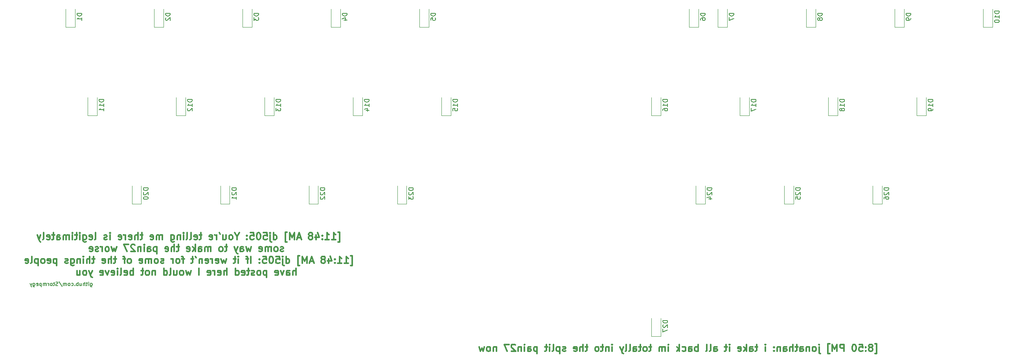
<source format=gbo>
G04 #@! TF.GenerationSoftware,KiCad,Pcbnew,(5.1.4)-1*
G04 #@! TF.CreationDate,2021-04-23T00:42:13+10:00*
G04 #@! TF.ProjectId,pain27divided3,7061696e-3237-4646-9976-69646564332e,rev?*
G04 #@! TF.SameCoordinates,Original*
G04 #@! TF.FileFunction,Legend,Bot*
G04 #@! TF.FilePolarity,Positive*
%FSLAX46Y46*%
G04 Gerber Fmt 4.6, Leading zero omitted, Abs format (unit mm)*
G04 Created by KiCad (PCBNEW (5.1.4)-1) date 2021-04-23 00:42:13*
%MOMM*%
%LPD*%
G04 APERTURE LIST*
%ADD10C,0.150000*%
%ADD11C,0.300000*%
%ADD12C,0.120000*%
%ADD13C,1.187400*%
%ADD14R,2.100000X2.100000*%
%ADD15O,2.100000X2.100000*%
%ADD16C,1.100000*%
%ADD17C,4.800000*%
%ADD18C,2.082800*%
%ADD19R,1.600000X1.300000*%
%ADD20O,2.398980X2.398980*%
%ADD21R,2.398980X2.398980*%
%ADD22C,2.686000*%
G04 APERTURE END LIST*
D10*
X85304761Y-114578571D02*
X85304761Y-115226190D01*
X85342857Y-115302380D01*
X85380952Y-115340476D01*
X85457142Y-115378571D01*
X85571428Y-115378571D01*
X85647619Y-115340476D01*
X85304761Y-115073809D02*
X85380952Y-115111904D01*
X85533333Y-115111904D01*
X85609523Y-115073809D01*
X85647619Y-115035714D01*
X85685714Y-114959523D01*
X85685714Y-114730952D01*
X85647619Y-114654761D01*
X85609523Y-114616666D01*
X85533333Y-114578571D01*
X85380952Y-114578571D01*
X85304761Y-114616666D01*
X84923809Y-115111904D02*
X84923809Y-114578571D01*
X84923809Y-114311904D02*
X84961904Y-114350000D01*
X84923809Y-114388095D01*
X84885714Y-114350000D01*
X84923809Y-114311904D01*
X84923809Y-114388095D01*
X84657142Y-114578571D02*
X84352380Y-114578571D01*
X84542857Y-114311904D02*
X84542857Y-114997619D01*
X84504761Y-115073809D01*
X84428571Y-115111904D01*
X84352380Y-115111904D01*
X84085714Y-115111904D02*
X84085714Y-114311904D01*
X83742857Y-115111904D02*
X83742857Y-114692857D01*
X83780952Y-114616666D01*
X83857142Y-114578571D01*
X83971428Y-114578571D01*
X84047619Y-114616666D01*
X84085714Y-114654761D01*
X83019047Y-114578571D02*
X83019047Y-115111904D01*
X83361904Y-114578571D02*
X83361904Y-114997619D01*
X83323809Y-115073809D01*
X83247619Y-115111904D01*
X83133333Y-115111904D01*
X83057142Y-115073809D01*
X83019047Y-115035714D01*
X82638095Y-115111904D02*
X82638095Y-114311904D01*
X82638095Y-114616666D02*
X82561904Y-114578571D01*
X82409523Y-114578571D01*
X82333333Y-114616666D01*
X82295238Y-114654761D01*
X82257142Y-114730952D01*
X82257142Y-114959523D01*
X82295238Y-115035714D01*
X82333333Y-115073809D01*
X82409523Y-115111904D01*
X82561904Y-115111904D01*
X82638095Y-115073809D01*
X81914285Y-115035714D02*
X81876190Y-115073809D01*
X81914285Y-115111904D01*
X81952380Y-115073809D01*
X81914285Y-115035714D01*
X81914285Y-115111904D01*
X81190476Y-115073809D02*
X81266666Y-115111904D01*
X81419047Y-115111904D01*
X81495238Y-115073809D01*
X81533333Y-115035714D01*
X81571428Y-114959523D01*
X81571428Y-114730952D01*
X81533333Y-114654761D01*
X81495238Y-114616666D01*
X81419047Y-114578571D01*
X81266666Y-114578571D01*
X81190476Y-114616666D01*
X80733333Y-115111904D02*
X80809523Y-115073809D01*
X80847619Y-115035714D01*
X80885714Y-114959523D01*
X80885714Y-114730952D01*
X80847619Y-114654761D01*
X80809523Y-114616666D01*
X80733333Y-114578571D01*
X80619047Y-114578571D01*
X80542857Y-114616666D01*
X80504761Y-114654761D01*
X80466666Y-114730952D01*
X80466666Y-114959523D01*
X80504761Y-115035714D01*
X80542857Y-115073809D01*
X80619047Y-115111904D01*
X80733333Y-115111904D01*
X80123809Y-115111904D02*
X80123809Y-114578571D01*
X80123809Y-114654761D02*
X80085714Y-114616666D01*
X80009523Y-114578571D01*
X79895238Y-114578571D01*
X79819047Y-114616666D01*
X79780952Y-114692857D01*
X79780952Y-115111904D01*
X79780952Y-114692857D02*
X79742857Y-114616666D01*
X79666666Y-114578571D01*
X79552380Y-114578571D01*
X79476190Y-114616666D01*
X79438095Y-114692857D01*
X79438095Y-115111904D01*
X78485714Y-114273809D02*
X79171428Y-115302380D01*
X78257142Y-115073809D02*
X78142857Y-115111904D01*
X77952380Y-115111904D01*
X77876190Y-115073809D01*
X77838095Y-115035714D01*
X77800000Y-114959523D01*
X77800000Y-114883333D01*
X77838095Y-114807142D01*
X77876190Y-114769047D01*
X77952380Y-114730952D01*
X78104761Y-114692857D01*
X78180952Y-114654761D01*
X78219047Y-114616666D01*
X78257142Y-114540476D01*
X78257142Y-114464285D01*
X78219047Y-114388095D01*
X78180952Y-114350000D01*
X78104761Y-114311904D01*
X77914285Y-114311904D01*
X77800000Y-114350000D01*
X77571428Y-114578571D02*
X77266666Y-114578571D01*
X77457142Y-114311904D02*
X77457142Y-114997619D01*
X77419047Y-115073809D01*
X77342857Y-115111904D01*
X77266666Y-115111904D01*
X76885714Y-115111904D02*
X76961904Y-115073809D01*
X77000000Y-115035714D01*
X77038095Y-114959523D01*
X77038095Y-114730952D01*
X77000000Y-114654761D01*
X76961904Y-114616666D01*
X76885714Y-114578571D01*
X76771428Y-114578571D01*
X76695238Y-114616666D01*
X76657142Y-114654761D01*
X76619047Y-114730952D01*
X76619047Y-114959523D01*
X76657142Y-115035714D01*
X76695238Y-115073809D01*
X76771428Y-115111904D01*
X76885714Y-115111904D01*
X76276190Y-115111904D02*
X76276190Y-114578571D01*
X76276190Y-114730952D02*
X76238095Y-114654761D01*
X76200000Y-114616666D01*
X76123809Y-114578571D01*
X76047619Y-114578571D01*
X75780952Y-115111904D02*
X75780952Y-114578571D01*
X75780952Y-114654761D02*
X75742857Y-114616666D01*
X75666666Y-114578571D01*
X75552380Y-114578571D01*
X75476190Y-114616666D01*
X75438095Y-114692857D01*
X75438095Y-115111904D01*
X75438095Y-114692857D02*
X75400000Y-114616666D01*
X75323809Y-114578571D01*
X75209523Y-114578571D01*
X75133333Y-114616666D01*
X75095238Y-114692857D01*
X75095238Y-115111904D01*
X74714285Y-114578571D02*
X74714285Y-115378571D01*
X74714285Y-114616666D02*
X74638095Y-114578571D01*
X74485714Y-114578571D01*
X74409523Y-114616666D01*
X74371428Y-114654761D01*
X74333333Y-114730952D01*
X74333333Y-114959523D01*
X74371428Y-115035714D01*
X74409523Y-115073809D01*
X74485714Y-115111904D01*
X74638095Y-115111904D01*
X74714285Y-115073809D01*
X73685714Y-115073809D02*
X73761904Y-115111904D01*
X73914285Y-115111904D01*
X73990476Y-115073809D01*
X74028571Y-114997619D01*
X74028571Y-114692857D01*
X73990476Y-114616666D01*
X73914285Y-114578571D01*
X73761904Y-114578571D01*
X73685714Y-114616666D01*
X73647619Y-114692857D01*
X73647619Y-114769047D01*
X74028571Y-114845238D01*
X72961904Y-114578571D02*
X72961904Y-115226190D01*
X73000000Y-115302380D01*
X73038095Y-115340476D01*
X73114285Y-115378571D01*
X73228571Y-115378571D01*
X73304761Y-115340476D01*
X72961904Y-115073809D02*
X73038095Y-115111904D01*
X73190476Y-115111904D01*
X73266666Y-115073809D01*
X73304761Y-115035714D01*
X73342857Y-114959523D01*
X73342857Y-114730952D01*
X73304761Y-114654761D01*
X73266666Y-114616666D01*
X73190476Y-114578571D01*
X73038095Y-114578571D01*
X72961904Y-114616666D01*
X72657142Y-114578571D02*
X72466666Y-115111904D01*
X72276190Y-114578571D02*
X72466666Y-115111904D01*
X72542857Y-115302380D01*
X72580952Y-115340476D01*
X72657142Y-115378571D01*
D11*
X138644641Y-105700901D02*
X139001784Y-105700901D01*
X139001784Y-103558044D01*
X138644641Y-103558044D01*
X137287498Y-105200901D02*
X138144641Y-105200901D01*
X137716070Y-105200901D02*
X137716070Y-103700901D01*
X137858927Y-103915187D01*
X138001784Y-104058044D01*
X138144641Y-104129472D01*
X135858927Y-105200901D02*
X136716070Y-105200901D01*
X136287498Y-105200901D02*
X136287498Y-103700901D01*
X136430355Y-103915187D01*
X136573212Y-104058044D01*
X136716070Y-104129472D01*
X135216070Y-105058044D02*
X135144641Y-105129472D01*
X135216070Y-105200901D01*
X135287498Y-105129472D01*
X135216070Y-105058044D01*
X135216070Y-105200901D01*
X135216070Y-104272330D02*
X135144641Y-104343758D01*
X135216070Y-104415187D01*
X135287498Y-104343758D01*
X135216070Y-104272330D01*
X135216070Y-104415187D01*
X133858927Y-104200901D02*
X133858927Y-105200901D01*
X134216070Y-103629472D02*
X134573212Y-104700901D01*
X133644641Y-104700901D01*
X132858927Y-104343758D02*
X133001784Y-104272330D01*
X133073212Y-104200901D01*
X133144641Y-104058044D01*
X133144641Y-103986615D01*
X133073212Y-103843758D01*
X133001784Y-103772330D01*
X132858927Y-103700901D01*
X132573212Y-103700901D01*
X132430355Y-103772330D01*
X132358927Y-103843758D01*
X132287498Y-103986615D01*
X132287498Y-104058044D01*
X132358927Y-104200901D01*
X132430355Y-104272330D01*
X132573212Y-104343758D01*
X132858927Y-104343758D01*
X133001784Y-104415187D01*
X133073212Y-104486615D01*
X133144641Y-104629472D01*
X133144641Y-104915187D01*
X133073212Y-105058044D01*
X133001784Y-105129472D01*
X132858927Y-105200901D01*
X132573212Y-105200901D01*
X132430355Y-105129472D01*
X132358927Y-105058044D01*
X132287498Y-104915187D01*
X132287498Y-104629472D01*
X132358927Y-104486615D01*
X132430355Y-104415187D01*
X132573212Y-104343758D01*
X130573212Y-104772330D02*
X129858927Y-104772330D01*
X130716070Y-105200901D02*
X130216070Y-103700901D01*
X129716070Y-105200901D01*
X129216070Y-105200901D02*
X129216070Y-103700901D01*
X128716070Y-104772330D01*
X128216070Y-103700901D01*
X128216070Y-105200901D01*
X127644641Y-105700901D02*
X127287498Y-105700901D01*
X127287498Y-103558044D01*
X127644641Y-103558044D01*
X124716070Y-105200901D02*
X124716070Y-103700901D01*
X124716070Y-105129472D02*
X124858927Y-105200901D01*
X125144641Y-105200901D01*
X125287498Y-105129472D01*
X125358927Y-105058044D01*
X125430355Y-104915187D01*
X125430355Y-104486615D01*
X125358927Y-104343758D01*
X125287498Y-104272330D01*
X125144641Y-104200901D01*
X124858927Y-104200901D01*
X124716070Y-104272330D01*
X124001784Y-104200901D02*
X124001784Y-105486615D01*
X124073212Y-105629472D01*
X124216070Y-105700901D01*
X124287498Y-105700901D01*
X124001784Y-103700901D02*
X124073212Y-103772330D01*
X124001784Y-103843758D01*
X123930355Y-103772330D01*
X124001784Y-103700901D01*
X124001784Y-103843758D01*
X122573212Y-103700901D02*
X123287498Y-103700901D01*
X123358927Y-104415187D01*
X123287498Y-104343758D01*
X123144641Y-104272330D01*
X122787498Y-104272330D01*
X122644641Y-104343758D01*
X122573212Y-104415187D01*
X122501784Y-104558044D01*
X122501784Y-104915187D01*
X122573212Y-105058044D01*
X122644641Y-105129472D01*
X122787498Y-105200901D01*
X123144641Y-105200901D01*
X123287498Y-105129472D01*
X123358927Y-105058044D01*
X121573212Y-103700901D02*
X121430355Y-103700901D01*
X121287498Y-103772330D01*
X121216070Y-103843758D01*
X121144641Y-103986615D01*
X121073212Y-104272330D01*
X121073212Y-104629472D01*
X121144641Y-104915187D01*
X121216070Y-105058044D01*
X121287498Y-105129472D01*
X121430355Y-105200901D01*
X121573212Y-105200901D01*
X121716070Y-105129472D01*
X121787498Y-105058044D01*
X121858927Y-104915187D01*
X121930355Y-104629472D01*
X121930355Y-104272330D01*
X121858927Y-103986615D01*
X121787498Y-103843758D01*
X121716070Y-103772330D01*
X121573212Y-103700901D01*
X119716070Y-103700901D02*
X120430355Y-103700901D01*
X120501784Y-104415187D01*
X120430355Y-104343758D01*
X120287498Y-104272330D01*
X119930355Y-104272330D01*
X119787498Y-104343758D01*
X119716070Y-104415187D01*
X119644641Y-104558044D01*
X119644641Y-104915187D01*
X119716070Y-105058044D01*
X119787498Y-105129472D01*
X119930355Y-105200901D01*
X120287498Y-105200901D01*
X120430355Y-105129472D01*
X120501784Y-105058044D01*
X119001784Y-105058044D02*
X118930355Y-105129472D01*
X119001784Y-105200901D01*
X119073212Y-105129472D01*
X119001784Y-105058044D01*
X119001784Y-105200901D01*
X119001784Y-104272330D02*
X118930355Y-104343758D01*
X119001784Y-104415187D01*
X119073212Y-104343758D01*
X119001784Y-104272330D01*
X119001784Y-104415187D01*
X116858927Y-104486615D02*
X116858927Y-105200901D01*
X117358927Y-103700901D02*
X116858927Y-104486615D01*
X116358927Y-103700901D01*
X115644641Y-105200901D02*
X115787498Y-105129472D01*
X115858927Y-105058044D01*
X115930355Y-104915187D01*
X115930355Y-104486615D01*
X115858927Y-104343758D01*
X115787498Y-104272330D01*
X115644641Y-104200901D01*
X115430355Y-104200901D01*
X115287498Y-104272330D01*
X115216070Y-104343758D01*
X115144641Y-104486615D01*
X115144641Y-104915187D01*
X115216070Y-105058044D01*
X115287498Y-105129472D01*
X115430355Y-105200901D01*
X115644641Y-105200901D01*
X113858927Y-104200901D02*
X113858927Y-105200901D01*
X114501784Y-104200901D02*
X114501784Y-104986615D01*
X114430355Y-105129472D01*
X114287498Y-105200901D01*
X114073212Y-105200901D01*
X113930355Y-105129472D01*
X113858927Y-105058044D01*
X113073212Y-103700901D02*
X113216070Y-103986615D01*
X112430355Y-105200901D02*
X112430355Y-104200901D01*
X112430355Y-104486615D02*
X112358927Y-104343758D01*
X112287498Y-104272330D01*
X112144641Y-104200901D01*
X112001784Y-104200901D01*
X110930355Y-105129472D02*
X111073212Y-105200901D01*
X111358927Y-105200901D01*
X111501784Y-105129472D01*
X111573212Y-104986615D01*
X111573212Y-104415187D01*
X111501784Y-104272330D01*
X111358927Y-104200901D01*
X111073212Y-104200901D01*
X110930355Y-104272330D01*
X110858927Y-104415187D01*
X110858927Y-104558044D01*
X111573212Y-104700901D01*
X109287498Y-104200901D02*
X108716070Y-104200901D01*
X109073212Y-103700901D02*
X109073212Y-104986615D01*
X109001784Y-105129472D01*
X108858927Y-105200901D01*
X108716070Y-105200901D01*
X107644641Y-105129472D02*
X107787498Y-105200901D01*
X108073212Y-105200901D01*
X108216070Y-105129472D01*
X108287498Y-104986615D01*
X108287498Y-104415187D01*
X108216070Y-104272330D01*
X108073212Y-104200901D01*
X107787498Y-104200901D01*
X107644641Y-104272330D01*
X107573212Y-104415187D01*
X107573212Y-104558044D01*
X108287498Y-104700901D01*
X106716070Y-105200901D02*
X106858927Y-105129472D01*
X106930355Y-104986615D01*
X106930355Y-103700901D01*
X105930355Y-105200901D02*
X106073212Y-105129472D01*
X106144641Y-104986615D01*
X106144641Y-103700901D01*
X105358927Y-105200901D02*
X105358927Y-104200901D01*
X105358927Y-103700901D02*
X105430355Y-103772330D01*
X105358927Y-103843758D01*
X105287498Y-103772330D01*
X105358927Y-103700901D01*
X105358927Y-103843758D01*
X104644641Y-104200901D02*
X104644641Y-105200901D01*
X104644641Y-104343758D02*
X104573212Y-104272330D01*
X104430355Y-104200901D01*
X104216070Y-104200901D01*
X104073212Y-104272330D01*
X104001784Y-104415187D01*
X104001784Y-105200901D01*
X102644641Y-104200901D02*
X102644641Y-105415187D01*
X102716070Y-105558044D01*
X102787498Y-105629472D01*
X102930355Y-105700901D01*
X103144641Y-105700901D01*
X103287498Y-105629472D01*
X102644641Y-105129472D02*
X102787498Y-105200901D01*
X103073212Y-105200901D01*
X103216070Y-105129472D01*
X103287498Y-105058044D01*
X103358927Y-104915187D01*
X103358927Y-104486615D01*
X103287498Y-104343758D01*
X103216070Y-104272330D01*
X103073212Y-104200901D01*
X102787498Y-104200901D01*
X102644641Y-104272330D01*
X100787498Y-105200901D02*
X100787498Y-104200901D01*
X100787498Y-104343758D02*
X100716070Y-104272330D01*
X100573212Y-104200901D01*
X100358927Y-104200901D01*
X100216070Y-104272330D01*
X100144641Y-104415187D01*
X100144641Y-105200901D01*
X100144641Y-104415187D02*
X100073212Y-104272330D01*
X99930355Y-104200901D01*
X99716070Y-104200901D01*
X99573212Y-104272330D01*
X99501784Y-104415187D01*
X99501784Y-105200901D01*
X98216070Y-105129472D02*
X98358927Y-105200901D01*
X98644641Y-105200901D01*
X98787498Y-105129472D01*
X98858927Y-104986615D01*
X98858927Y-104415187D01*
X98787498Y-104272330D01*
X98644641Y-104200901D01*
X98358927Y-104200901D01*
X98216070Y-104272330D01*
X98144641Y-104415187D01*
X98144641Y-104558044D01*
X98858927Y-104700901D01*
X96573212Y-104200901D02*
X96001784Y-104200901D01*
X96358927Y-103700901D02*
X96358927Y-104986615D01*
X96287498Y-105129472D01*
X96144641Y-105200901D01*
X96001784Y-105200901D01*
X95501784Y-105200901D02*
X95501784Y-103700901D01*
X94858927Y-105200901D02*
X94858927Y-104415187D01*
X94930355Y-104272330D01*
X95073212Y-104200901D01*
X95287498Y-104200901D01*
X95430355Y-104272330D01*
X95501784Y-104343758D01*
X93573212Y-105129472D02*
X93716070Y-105200901D01*
X94001784Y-105200901D01*
X94144641Y-105129472D01*
X94216070Y-104986615D01*
X94216070Y-104415187D01*
X94144641Y-104272330D01*
X94001784Y-104200901D01*
X93716070Y-104200901D01*
X93573212Y-104272330D01*
X93501784Y-104415187D01*
X93501784Y-104558044D01*
X94216070Y-104700901D01*
X92858927Y-105200901D02*
X92858927Y-104200901D01*
X92858927Y-104486615D02*
X92787498Y-104343758D01*
X92716070Y-104272330D01*
X92573212Y-104200901D01*
X92430355Y-104200901D01*
X91358927Y-105129472D02*
X91501784Y-105200901D01*
X91787498Y-105200901D01*
X91930355Y-105129472D01*
X92001784Y-104986615D01*
X92001784Y-104415187D01*
X91930355Y-104272330D01*
X91787498Y-104200901D01*
X91501784Y-104200901D01*
X91358927Y-104272330D01*
X91287498Y-104415187D01*
X91287498Y-104558044D01*
X92001784Y-104700901D01*
X89501784Y-105200901D02*
X89501784Y-104200901D01*
X89501784Y-103700901D02*
X89573212Y-103772330D01*
X89501784Y-103843758D01*
X89430355Y-103772330D01*
X89501784Y-103700901D01*
X89501784Y-103843758D01*
X88858927Y-105129472D02*
X88716070Y-105200901D01*
X88430355Y-105200901D01*
X88287498Y-105129472D01*
X88216070Y-104986615D01*
X88216070Y-104915187D01*
X88287498Y-104772330D01*
X88430355Y-104700901D01*
X88644641Y-104700901D01*
X88787498Y-104629472D01*
X88858927Y-104486615D01*
X88858927Y-104415187D01*
X88787498Y-104272330D01*
X88644641Y-104200901D01*
X88430355Y-104200901D01*
X88287498Y-104272330D01*
X86216070Y-105200901D02*
X86358927Y-105129472D01*
X86430355Y-104986615D01*
X86430355Y-103700901D01*
X85073212Y-105129472D02*
X85216070Y-105200901D01*
X85501784Y-105200901D01*
X85644641Y-105129472D01*
X85716070Y-104986615D01*
X85716070Y-104415187D01*
X85644641Y-104272330D01*
X85501784Y-104200901D01*
X85216070Y-104200901D01*
X85073212Y-104272330D01*
X85001784Y-104415187D01*
X85001784Y-104558044D01*
X85716070Y-104700901D01*
X83716070Y-104200901D02*
X83716070Y-105415187D01*
X83787498Y-105558044D01*
X83858927Y-105629472D01*
X84001784Y-105700901D01*
X84216070Y-105700901D01*
X84358927Y-105629472D01*
X83716070Y-105129472D02*
X83858927Y-105200901D01*
X84144641Y-105200901D01*
X84287498Y-105129472D01*
X84358927Y-105058044D01*
X84430355Y-104915187D01*
X84430355Y-104486615D01*
X84358927Y-104343758D01*
X84287498Y-104272330D01*
X84144641Y-104200901D01*
X83858927Y-104200901D01*
X83716070Y-104272330D01*
X83001784Y-105200901D02*
X83001784Y-104200901D01*
X83001784Y-103700901D02*
X83073212Y-103772330D01*
X83001784Y-103843758D01*
X82930355Y-103772330D01*
X83001784Y-103700901D01*
X83001784Y-103843758D01*
X82501784Y-104200901D02*
X81930355Y-104200901D01*
X82287498Y-103700901D02*
X82287498Y-104986615D01*
X82216070Y-105129472D01*
X82073212Y-105200901D01*
X81930355Y-105200901D01*
X81430355Y-105200901D02*
X81430355Y-104200901D01*
X81430355Y-103700901D02*
X81501784Y-103772330D01*
X81430355Y-103843758D01*
X81358927Y-103772330D01*
X81430355Y-103700901D01*
X81430355Y-103843758D01*
X80716070Y-105200901D02*
X80716070Y-104200901D01*
X80716070Y-104343758D02*
X80644641Y-104272330D01*
X80501784Y-104200901D01*
X80287498Y-104200901D01*
X80144641Y-104272330D01*
X80073212Y-104415187D01*
X80073212Y-105200901D01*
X80073212Y-104415187D02*
X80001784Y-104272330D01*
X79858927Y-104200901D01*
X79644641Y-104200901D01*
X79501784Y-104272330D01*
X79430355Y-104415187D01*
X79430355Y-105200901D01*
X78073212Y-105200901D02*
X78073212Y-104415187D01*
X78144641Y-104272330D01*
X78287498Y-104200901D01*
X78573212Y-104200901D01*
X78716070Y-104272330D01*
X78073212Y-105129472D02*
X78216070Y-105200901D01*
X78573212Y-105200901D01*
X78716070Y-105129472D01*
X78787498Y-104986615D01*
X78787498Y-104843758D01*
X78716070Y-104700901D01*
X78573212Y-104629472D01*
X78216070Y-104629472D01*
X78073212Y-104558044D01*
X77573212Y-104200901D02*
X77001784Y-104200901D01*
X77358927Y-103700901D02*
X77358927Y-104986615D01*
X77287498Y-105129472D01*
X77144641Y-105200901D01*
X77001784Y-105200901D01*
X75930355Y-105129472D02*
X76073212Y-105200901D01*
X76358927Y-105200901D01*
X76501784Y-105129472D01*
X76573212Y-104986615D01*
X76573212Y-104415187D01*
X76501784Y-104272330D01*
X76358927Y-104200901D01*
X76073212Y-104200901D01*
X75930355Y-104272330D01*
X75858927Y-104415187D01*
X75858927Y-104558044D01*
X76573212Y-104700901D01*
X75001784Y-105200901D02*
X75144641Y-105129472D01*
X75216070Y-104986615D01*
X75216070Y-103700901D01*
X74573212Y-104200901D02*
X74216070Y-105200901D01*
X73858927Y-104200901D02*
X74216070Y-105200901D01*
X74358927Y-105558044D01*
X74430355Y-105629472D01*
X74573212Y-105700901D01*
X126858927Y-107679472D02*
X126716070Y-107750901D01*
X126430355Y-107750901D01*
X126287498Y-107679472D01*
X126216070Y-107536615D01*
X126216070Y-107465187D01*
X126287498Y-107322330D01*
X126430355Y-107250901D01*
X126644641Y-107250901D01*
X126787498Y-107179472D01*
X126858927Y-107036615D01*
X126858927Y-106965187D01*
X126787498Y-106822330D01*
X126644641Y-106750901D01*
X126430355Y-106750901D01*
X126287498Y-106822330D01*
X125358927Y-107750901D02*
X125501784Y-107679472D01*
X125573212Y-107608044D01*
X125644641Y-107465187D01*
X125644641Y-107036615D01*
X125573212Y-106893758D01*
X125501784Y-106822330D01*
X125358927Y-106750901D01*
X125144641Y-106750901D01*
X125001784Y-106822330D01*
X124930355Y-106893758D01*
X124858927Y-107036615D01*
X124858927Y-107465187D01*
X124930355Y-107608044D01*
X125001784Y-107679472D01*
X125144641Y-107750901D01*
X125358927Y-107750901D01*
X124216070Y-107750901D02*
X124216070Y-106750901D01*
X124216070Y-106893758D02*
X124144641Y-106822330D01*
X124001784Y-106750901D01*
X123787498Y-106750901D01*
X123644641Y-106822330D01*
X123573212Y-106965187D01*
X123573212Y-107750901D01*
X123573212Y-106965187D02*
X123501784Y-106822330D01*
X123358927Y-106750901D01*
X123144641Y-106750901D01*
X123001784Y-106822330D01*
X122930355Y-106965187D01*
X122930355Y-107750901D01*
X121644641Y-107679472D02*
X121787498Y-107750901D01*
X122073212Y-107750901D01*
X122216070Y-107679472D01*
X122287498Y-107536615D01*
X122287498Y-106965187D01*
X122216070Y-106822330D01*
X122073212Y-106750901D01*
X121787498Y-106750901D01*
X121644641Y-106822330D01*
X121573212Y-106965187D01*
X121573212Y-107108044D01*
X122287498Y-107250901D01*
X119930355Y-106750901D02*
X119644641Y-107750901D01*
X119358927Y-107036615D01*
X119073212Y-107750901D01*
X118787498Y-106750901D01*
X117573212Y-107750901D02*
X117573212Y-106965187D01*
X117644641Y-106822330D01*
X117787498Y-106750901D01*
X118073212Y-106750901D01*
X118216070Y-106822330D01*
X117573212Y-107679472D02*
X117716070Y-107750901D01*
X118073212Y-107750901D01*
X118216070Y-107679472D01*
X118287498Y-107536615D01*
X118287498Y-107393758D01*
X118216070Y-107250901D01*
X118073212Y-107179472D01*
X117716070Y-107179472D01*
X117573212Y-107108044D01*
X117001784Y-106750901D02*
X116644641Y-107750901D01*
X116287498Y-106750901D02*
X116644641Y-107750901D01*
X116787498Y-108108044D01*
X116858927Y-108179472D01*
X117001784Y-108250901D01*
X114787498Y-106750901D02*
X114216070Y-106750901D01*
X114573212Y-106250901D02*
X114573212Y-107536615D01*
X114501784Y-107679472D01*
X114358927Y-107750901D01*
X114216070Y-107750901D01*
X113501784Y-107750901D02*
X113644641Y-107679472D01*
X113716070Y-107608044D01*
X113787498Y-107465187D01*
X113787498Y-107036615D01*
X113716070Y-106893758D01*
X113644641Y-106822330D01*
X113501784Y-106750901D01*
X113287498Y-106750901D01*
X113144641Y-106822330D01*
X113073212Y-106893758D01*
X113001784Y-107036615D01*
X113001784Y-107465187D01*
X113073212Y-107608044D01*
X113144641Y-107679472D01*
X113287498Y-107750901D01*
X113501784Y-107750901D01*
X111216070Y-107750901D02*
X111216070Y-106750901D01*
X111216070Y-106893758D02*
X111144641Y-106822330D01*
X111001784Y-106750901D01*
X110787498Y-106750901D01*
X110644641Y-106822330D01*
X110573212Y-106965187D01*
X110573212Y-107750901D01*
X110573212Y-106965187D02*
X110501784Y-106822330D01*
X110358927Y-106750901D01*
X110144641Y-106750901D01*
X110001784Y-106822330D01*
X109930355Y-106965187D01*
X109930355Y-107750901D01*
X108573212Y-107750901D02*
X108573212Y-106965187D01*
X108644641Y-106822330D01*
X108787498Y-106750901D01*
X109073212Y-106750901D01*
X109216070Y-106822330D01*
X108573212Y-107679472D02*
X108716070Y-107750901D01*
X109073212Y-107750901D01*
X109216070Y-107679472D01*
X109287498Y-107536615D01*
X109287498Y-107393758D01*
X109216070Y-107250901D01*
X109073212Y-107179472D01*
X108716070Y-107179472D01*
X108573212Y-107108044D01*
X107858927Y-107750901D02*
X107858927Y-106250901D01*
X107716070Y-107179472D02*
X107287498Y-107750901D01*
X107287498Y-106750901D02*
X107858927Y-107322330D01*
X106073212Y-107679472D02*
X106216070Y-107750901D01*
X106501784Y-107750901D01*
X106644641Y-107679472D01*
X106716070Y-107536615D01*
X106716070Y-106965187D01*
X106644641Y-106822330D01*
X106501784Y-106750901D01*
X106216070Y-106750901D01*
X106073212Y-106822330D01*
X106001784Y-106965187D01*
X106001784Y-107108044D01*
X106716070Y-107250901D01*
X104430355Y-106750901D02*
X103858927Y-106750901D01*
X104216070Y-106250901D02*
X104216070Y-107536615D01*
X104144641Y-107679472D01*
X104001784Y-107750901D01*
X103858927Y-107750901D01*
X103358927Y-107750901D02*
X103358927Y-106250901D01*
X102716070Y-107750901D02*
X102716070Y-106965187D01*
X102787498Y-106822330D01*
X102930355Y-106750901D01*
X103144641Y-106750901D01*
X103287498Y-106822330D01*
X103358927Y-106893758D01*
X101430355Y-107679472D02*
X101573212Y-107750901D01*
X101858927Y-107750901D01*
X102001784Y-107679472D01*
X102073212Y-107536615D01*
X102073212Y-106965187D01*
X102001784Y-106822330D01*
X101858927Y-106750901D01*
X101573212Y-106750901D01*
X101430355Y-106822330D01*
X101358927Y-106965187D01*
X101358927Y-107108044D01*
X102073212Y-107250901D01*
X99573212Y-106750901D02*
X99573212Y-108250901D01*
X99573212Y-106822330D02*
X99430355Y-106750901D01*
X99144641Y-106750901D01*
X99001784Y-106822330D01*
X98930355Y-106893758D01*
X98858927Y-107036615D01*
X98858927Y-107465187D01*
X98930355Y-107608044D01*
X99001784Y-107679472D01*
X99144641Y-107750901D01*
X99430355Y-107750901D01*
X99573212Y-107679472D01*
X97573212Y-107750901D02*
X97573212Y-106965187D01*
X97644641Y-106822330D01*
X97787498Y-106750901D01*
X98073212Y-106750901D01*
X98216070Y-106822330D01*
X97573212Y-107679472D02*
X97716070Y-107750901D01*
X98073212Y-107750901D01*
X98216070Y-107679472D01*
X98287498Y-107536615D01*
X98287498Y-107393758D01*
X98216070Y-107250901D01*
X98073212Y-107179472D01*
X97716070Y-107179472D01*
X97573212Y-107108044D01*
X96858927Y-107750901D02*
X96858927Y-106750901D01*
X96858927Y-106250901D02*
X96930355Y-106322330D01*
X96858927Y-106393758D01*
X96787498Y-106322330D01*
X96858927Y-106250901D01*
X96858927Y-106393758D01*
X96144641Y-106750901D02*
X96144641Y-107750901D01*
X96144641Y-106893758D02*
X96073212Y-106822330D01*
X95930355Y-106750901D01*
X95716070Y-106750901D01*
X95573212Y-106822330D01*
X95501784Y-106965187D01*
X95501784Y-107750901D01*
X94858927Y-106393758D02*
X94787498Y-106322330D01*
X94644641Y-106250901D01*
X94287498Y-106250901D01*
X94144641Y-106322330D01*
X94073212Y-106393758D01*
X94001784Y-106536615D01*
X94001784Y-106679472D01*
X94073212Y-106893758D01*
X94930355Y-107750901D01*
X94001784Y-107750901D01*
X93501784Y-106250901D02*
X92501784Y-106250901D01*
X93144641Y-107750901D01*
X90930355Y-106750901D02*
X90644641Y-107750901D01*
X90358927Y-107036615D01*
X90073212Y-107750901D01*
X89787498Y-106750901D01*
X89001784Y-107750901D02*
X89144641Y-107679472D01*
X89216070Y-107608044D01*
X89287498Y-107465187D01*
X89287498Y-107036615D01*
X89216070Y-106893758D01*
X89144641Y-106822330D01*
X89001784Y-106750901D01*
X88787498Y-106750901D01*
X88644641Y-106822330D01*
X88573212Y-106893758D01*
X88501784Y-107036615D01*
X88501784Y-107465187D01*
X88573212Y-107608044D01*
X88644641Y-107679472D01*
X88787498Y-107750901D01*
X89001784Y-107750901D01*
X87858927Y-107750901D02*
X87858927Y-106750901D01*
X87858927Y-107036615D02*
X87787498Y-106893758D01*
X87716070Y-106822330D01*
X87573212Y-106750901D01*
X87430355Y-106750901D01*
X87001784Y-107679472D02*
X86858927Y-107750901D01*
X86573212Y-107750901D01*
X86430355Y-107679472D01*
X86358927Y-107536615D01*
X86358927Y-107465187D01*
X86430355Y-107322330D01*
X86573212Y-107250901D01*
X86787498Y-107250901D01*
X86930355Y-107179472D01*
X87001784Y-107036615D01*
X87001784Y-106965187D01*
X86930355Y-106822330D01*
X86787498Y-106750901D01*
X86573212Y-106750901D01*
X86430355Y-106822330D01*
X85144641Y-107679472D02*
X85287498Y-107750901D01*
X85573212Y-107750901D01*
X85716070Y-107679472D01*
X85787498Y-107536615D01*
X85787498Y-106965187D01*
X85716070Y-106822330D01*
X85573212Y-106750901D01*
X85287498Y-106750901D01*
X85144641Y-106822330D01*
X85073212Y-106965187D01*
X85073212Y-107108044D01*
X85787498Y-107250901D01*
X141358927Y-110800901D02*
X141716070Y-110800901D01*
X141716070Y-108658044D01*
X141358927Y-108658044D01*
X140001784Y-110300901D02*
X140858927Y-110300901D01*
X140430355Y-110300901D02*
X140430355Y-108800901D01*
X140573212Y-109015187D01*
X140716070Y-109158044D01*
X140858927Y-109229472D01*
X138573212Y-110300901D02*
X139430355Y-110300901D01*
X139001784Y-110300901D02*
X139001784Y-108800901D01*
X139144641Y-109015187D01*
X139287498Y-109158044D01*
X139430355Y-109229472D01*
X137930355Y-110158044D02*
X137858927Y-110229472D01*
X137930355Y-110300901D01*
X138001784Y-110229472D01*
X137930355Y-110158044D01*
X137930355Y-110300901D01*
X137930355Y-109372330D02*
X137858927Y-109443758D01*
X137930355Y-109515187D01*
X138001784Y-109443758D01*
X137930355Y-109372330D01*
X137930355Y-109515187D01*
X136573212Y-109300901D02*
X136573212Y-110300901D01*
X136930355Y-108729472D02*
X137287498Y-109800901D01*
X136358927Y-109800901D01*
X135573212Y-109443758D02*
X135716070Y-109372330D01*
X135787498Y-109300901D01*
X135858927Y-109158044D01*
X135858927Y-109086615D01*
X135787498Y-108943758D01*
X135716070Y-108872330D01*
X135573212Y-108800901D01*
X135287498Y-108800901D01*
X135144641Y-108872330D01*
X135073212Y-108943758D01*
X135001784Y-109086615D01*
X135001784Y-109158044D01*
X135073212Y-109300901D01*
X135144641Y-109372330D01*
X135287498Y-109443758D01*
X135573212Y-109443758D01*
X135716070Y-109515187D01*
X135787498Y-109586615D01*
X135858927Y-109729472D01*
X135858927Y-110015187D01*
X135787498Y-110158044D01*
X135716070Y-110229472D01*
X135573212Y-110300901D01*
X135287498Y-110300901D01*
X135144641Y-110229472D01*
X135073212Y-110158044D01*
X135001784Y-110015187D01*
X135001784Y-109729472D01*
X135073212Y-109586615D01*
X135144641Y-109515187D01*
X135287498Y-109443758D01*
X133287498Y-109872330D02*
X132573212Y-109872330D01*
X133430355Y-110300901D02*
X132930355Y-108800901D01*
X132430355Y-110300901D01*
X131930355Y-110300901D02*
X131930355Y-108800901D01*
X131430355Y-109872330D01*
X130930355Y-108800901D01*
X130930355Y-110300901D01*
X130358927Y-110800901D02*
X130001784Y-110800901D01*
X130001784Y-108658044D01*
X130358927Y-108658044D01*
X127430355Y-110300901D02*
X127430355Y-108800901D01*
X127430355Y-110229472D02*
X127573212Y-110300901D01*
X127858927Y-110300901D01*
X128001784Y-110229472D01*
X128073212Y-110158044D01*
X128144641Y-110015187D01*
X128144641Y-109586615D01*
X128073212Y-109443758D01*
X128001784Y-109372330D01*
X127858927Y-109300901D01*
X127573212Y-109300901D01*
X127430355Y-109372330D01*
X126716069Y-109300901D02*
X126716069Y-110586615D01*
X126787498Y-110729472D01*
X126930355Y-110800901D01*
X127001784Y-110800901D01*
X126716069Y-108800901D02*
X126787498Y-108872330D01*
X126716069Y-108943758D01*
X126644641Y-108872330D01*
X126716069Y-108800901D01*
X126716069Y-108943758D01*
X125287498Y-108800901D02*
X126001784Y-108800901D01*
X126073212Y-109515187D01*
X126001784Y-109443758D01*
X125858927Y-109372330D01*
X125501784Y-109372330D01*
X125358927Y-109443758D01*
X125287498Y-109515187D01*
X125216069Y-109658044D01*
X125216069Y-110015187D01*
X125287498Y-110158044D01*
X125358927Y-110229472D01*
X125501784Y-110300901D01*
X125858927Y-110300901D01*
X126001784Y-110229472D01*
X126073212Y-110158044D01*
X124287498Y-108800901D02*
X124144641Y-108800901D01*
X124001784Y-108872330D01*
X123930355Y-108943758D01*
X123858927Y-109086615D01*
X123787498Y-109372330D01*
X123787498Y-109729472D01*
X123858927Y-110015187D01*
X123930355Y-110158044D01*
X124001784Y-110229472D01*
X124144641Y-110300901D01*
X124287498Y-110300901D01*
X124430355Y-110229472D01*
X124501784Y-110158044D01*
X124573212Y-110015187D01*
X124644641Y-109729472D01*
X124644641Y-109372330D01*
X124573212Y-109086615D01*
X124501784Y-108943758D01*
X124430355Y-108872330D01*
X124287498Y-108800901D01*
X122430355Y-108800901D02*
X123144641Y-108800901D01*
X123216070Y-109515187D01*
X123144641Y-109443758D01*
X123001784Y-109372330D01*
X122644641Y-109372330D01*
X122501784Y-109443758D01*
X122430355Y-109515187D01*
X122358927Y-109658044D01*
X122358927Y-110015187D01*
X122430355Y-110158044D01*
X122501784Y-110229472D01*
X122644641Y-110300901D01*
X123001784Y-110300901D01*
X123144641Y-110229472D01*
X123216070Y-110158044D01*
X121716070Y-110158044D02*
X121644641Y-110229472D01*
X121716070Y-110300901D01*
X121787498Y-110229472D01*
X121716070Y-110158044D01*
X121716070Y-110300901D01*
X121716070Y-109372330D02*
X121644641Y-109443758D01*
X121716070Y-109515187D01*
X121787498Y-109443758D01*
X121716070Y-109372330D01*
X121716070Y-109515187D01*
X119858927Y-110300901D02*
X119858927Y-108800901D01*
X119358927Y-109300901D02*
X118787498Y-109300901D01*
X119144641Y-110300901D02*
X119144641Y-109015187D01*
X119073212Y-108872330D01*
X118930355Y-108800901D01*
X118787498Y-108800901D01*
X117144641Y-110300901D02*
X117144641Y-109300901D01*
X117144641Y-108800901D02*
X117216070Y-108872330D01*
X117144641Y-108943758D01*
X117073212Y-108872330D01*
X117144641Y-108800901D01*
X117144641Y-108943758D01*
X116644641Y-109300901D02*
X116073212Y-109300901D01*
X116430355Y-108800901D02*
X116430355Y-110086615D01*
X116358927Y-110229472D01*
X116216069Y-110300901D01*
X116073212Y-110300901D01*
X114573212Y-109300901D02*
X114287498Y-110300901D01*
X114001784Y-109586615D01*
X113716069Y-110300901D01*
X113430355Y-109300901D01*
X112287498Y-110229472D02*
X112430355Y-110300901D01*
X112716069Y-110300901D01*
X112858927Y-110229472D01*
X112930355Y-110086615D01*
X112930355Y-109515187D01*
X112858927Y-109372330D01*
X112716069Y-109300901D01*
X112430355Y-109300901D01*
X112287498Y-109372330D01*
X112216069Y-109515187D01*
X112216069Y-109658044D01*
X112930355Y-109800901D01*
X111573212Y-110300901D02*
X111573212Y-109300901D01*
X111573212Y-109586615D02*
X111501784Y-109443758D01*
X111430355Y-109372330D01*
X111287498Y-109300901D01*
X111144641Y-109300901D01*
X110073212Y-110229472D02*
X110216070Y-110300901D01*
X110501784Y-110300901D01*
X110644641Y-110229472D01*
X110716070Y-110086615D01*
X110716070Y-109515187D01*
X110644641Y-109372330D01*
X110501784Y-109300901D01*
X110216070Y-109300901D01*
X110073212Y-109372330D01*
X110001784Y-109515187D01*
X110001784Y-109658044D01*
X110716070Y-109800901D01*
X109358927Y-109300901D02*
X109358927Y-110300901D01*
X109358927Y-109443758D02*
X109287498Y-109372330D01*
X109144641Y-109300901D01*
X108930355Y-109300901D01*
X108787498Y-109372330D01*
X108716070Y-109515187D01*
X108716070Y-110300901D01*
X107930355Y-108800901D02*
X108073212Y-109086615D01*
X107501784Y-109300901D02*
X106930355Y-109300901D01*
X107287498Y-108800901D02*
X107287498Y-110086615D01*
X107216070Y-110229472D01*
X107073212Y-110300901D01*
X106930355Y-110300901D01*
X105501784Y-109300901D02*
X104930355Y-109300901D01*
X105287498Y-110300901D02*
X105287498Y-109015187D01*
X105216070Y-108872330D01*
X105073212Y-108800901D01*
X104930355Y-108800901D01*
X104216069Y-110300901D02*
X104358927Y-110229472D01*
X104430355Y-110158044D01*
X104501784Y-110015187D01*
X104501784Y-109586615D01*
X104430355Y-109443758D01*
X104358927Y-109372330D01*
X104216069Y-109300901D01*
X104001784Y-109300901D01*
X103858927Y-109372330D01*
X103787498Y-109443758D01*
X103716069Y-109586615D01*
X103716069Y-110015187D01*
X103787498Y-110158044D01*
X103858927Y-110229472D01*
X104001784Y-110300901D01*
X104216069Y-110300901D01*
X103073212Y-110300901D02*
X103073212Y-109300901D01*
X103073212Y-109586615D02*
X103001784Y-109443758D01*
X102930355Y-109372330D01*
X102787498Y-109300901D01*
X102644641Y-109300901D01*
X101073212Y-110229472D02*
X100930355Y-110300901D01*
X100644641Y-110300901D01*
X100501784Y-110229472D01*
X100430355Y-110086615D01*
X100430355Y-110015187D01*
X100501784Y-109872330D01*
X100644641Y-109800901D01*
X100858927Y-109800901D01*
X101001784Y-109729472D01*
X101073212Y-109586615D01*
X101073212Y-109515187D01*
X101001784Y-109372330D01*
X100858927Y-109300901D01*
X100644641Y-109300901D01*
X100501784Y-109372330D01*
X99573212Y-110300901D02*
X99716069Y-110229472D01*
X99787498Y-110158044D01*
X99858927Y-110015187D01*
X99858927Y-109586615D01*
X99787498Y-109443758D01*
X99716069Y-109372330D01*
X99573212Y-109300901D01*
X99358927Y-109300901D01*
X99216069Y-109372330D01*
X99144641Y-109443758D01*
X99073212Y-109586615D01*
X99073212Y-110015187D01*
X99144641Y-110158044D01*
X99216069Y-110229472D01*
X99358927Y-110300901D01*
X99573212Y-110300901D01*
X98430355Y-110300901D02*
X98430355Y-109300901D01*
X98430355Y-109443758D02*
X98358927Y-109372330D01*
X98216069Y-109300901D01*
X98001784Y-109300901D01*
X97858927Y-109372330D01*
X97787498Y-109515187D01*
X97787498Y-110300901D01*
X97787498Y-109515187D02*
X97716069Y-109372330D01*
X97573212Y-109300901D01*
X97358927Y-109300901D01*
X97216069Y-109372330D01*
X97144641Y-109515187D01*
X97144641Y-110300901D01*
X95858927Y-110229472D02*
X96001784Y-110300901D01*
X96287498Y-110300901D01*
X96430355Y-110229472D01*
X96501784Y-110086615D01*
X96501784Y-109515187D01*
X96430355Y-109372330D01*
X96287498Y-109300901D01*
X96001784Y-109300901D01*
X95858927Y-109372330D01*
X95787498Y-109515187D01*
X95787498Y-109658044D01*
X96501784Y-109800901D01*
X93787498Y-110300901D02*
X93930355Y-110229472D01*
X94001784Y-110158044D01*
X94073212Y-110015187D01*
X94073212Y-109586615D01*
X94001784Y-109443758D01*
X93930355Y-109372330D01*
X93787498Y-109300901D01*
X93573212Y-109300901D01*
X93430355Y-109372330D01*
X93358927Y-109443758D01*
X93287498Y-109586615D01*
X93287498Y-110015187D01*
X93358927Y-110158044D01*
X93430355Y-110229472D01*
X93573212Y-110300901D01*
X93787498Y-110300901D01*
X92858927Y-109300901D02*
X92287498Y-109300901D01*
X92644641Y-110300901D02*
X92644641Y-109015187D01*
X92573212Y-108872330D01*
X92430355Y-108800901D01*
X92287498Y-108800901D01*
X90858927Y-109300901D02*
X90287498Y-109300901D01*
X90644641Y-108800901D02*
X90644641Y-110086615D01*
X90573212Y-110229472D01*
X90430355Y-110300901D01*
X90287498Y-110300901D01*
X89787498Y-110300901D02*
X89787498Y-108800901D01*
X89144641Y-110300901D02*
X89144641Y-109515187D01*
X89216069Y-109372330D01*
X89358927Y-109300901D01*
X89573212Y-109300901D01*
X89716069Y-109372330D01*
X89787498Y-109443758D01*
X87858927Y-110229472D02*
X88001784Y-110300901D01*
X88287498Y-110300901D01*
X88430355Y-110229472D01*
X88501784Y-110086615D01*
X88501784Y-109515187D01*
X88430355Y-109372330D01*
X88287498Y-109300901D01*
X88001784Y-109300901D01*
X87858927Y-109372330D01*
X87787498Y-109515187D01*
X87787498Y-109658044D01*
X88501784Y-109800901D01*
X86216069Y-109300901D02*
X85644641Y-109300901D01*
X86001784Y-108800901D02*
X86001784Y-110086615D01*
X85930355Y-110229472D01*
X85787498Y-110300901D01*
X85644641Y-110300901D01*
X85144641Y-110300901D02*
X85144641Y-108800901D01*
X84501784Y-110300901D02*
X84501784Y-109515187D01*
X84573212Y-109372330D01*
X84716069Y-109300901D01*
X84930355Y-109300901D01*
X85073212Y-109372330D01*
X85144641Y-109443758D01*
X83787498Y-110300901D02*
X83787498Y-109300901D01*
X83787498Y-108800901D02*
X83858927Y-108872330D01*
X83787498Y-108943758D01*
X83716069Y-108872330D01*
X83787498Y-108800901D01*
X83787498Y-108943758D01*
X83073212Y-109300901D02*
X83073212Y-110300901D01*
X83073212Y-109443758D02*
X83001784Y-109372330D01*
X82858927Y-109300901D01*
X82644641Y-109300901D01*
X82501784Y-109372330D01*
X82430355Y-109515187D01*
X82430355Y-110300901D01*
X81073212Y-109300901D02*
X81073212Y-110515187D01*
X81144641Y-110658044D01*
X81216069Y-110729472D01*
X81358927Y-110800901D01*
X81573212Y-110800901D01*
X81716069Y-110729472D01*
X81073212Y-110229472D02*
X81216069Y-110300901D01*
X81501784Y-110300901D01*
X81644641Y-110229472D01*
X81716069Y-110158044D01*
X81787498Y-110015187D01*
X81787498Y-109586615D01*
X81716069Y-109443758D01*
X81644641Y-109372330D01*
X81501784Y-109300901D01*
X81216069Y-109300901D01*
X81073212Y-109372330D01*
X80430355Y-110229472D02*
X80287498Y-110300901D01*
X80001784Y-110300901D01*
X79858927Y-110229472D01*
X79787498Y-110086615D01*
X79787498Y-110015187D01*
X79858927Y-109872330D01*
X80001784Y-109800901D01*
X80216069Y-109800901D01*
X80358927Y-109729472D01*
X80430355Y-109586615D01*
X80430355Y-109515187D01*
X80358927Y-109372330D01*
X80216069Y-109300901D01*
X80001784Y-109300901D01*
X79858927Y-109372330D01*
X78001784Y-109300901D02*
X78001784Y-110800901D01*
X78001784Y-109372330D02*
X77858927Y-109300901D01*
X77573212Y-109300901D01*
X77430355Y-109372330D01*
X77358927Y-109443758D01*
X77287498Y-109586615D01*
X77287498Y-110015187D01*
X77358927Y-110158044D01*
X77430355Y-110229472D01*
X77573212Y-110300901D01*
X77858927Y-110300901D01*
X78001784Y-110229472D01*
X76073212Y-110229472D02*
X76216069Y-110300901D01*
X76501784Y-110300901D01*
X76644641Y-110229472D01*
X76716069Y-110086615D01*
X76716069Y-109515187D01*
X76644641Y-109372330D01*
X76501784Y-109300901D01*
X76216069Y-109300901D01*
X76073212Y-109372330D01*
X76001784Y-109515187D01*
X76001784Y-109658044D01*
X76716069Y-109800901D01*
X75144641Y-110300901D02*
X75287498Y-110229472D01*
X75358927Y-110158044D01*
X75430355Y-110015187D01*
X75430355Y-109586615D01*
X75358927Y-109443758D01*
X75287498Y-109372330D01*
X75144641Y-109300901D01*
X74930355Y-109300901D01*
X74787498Y-109372330D01*
X74716069Y-109443758D01*
X74644641Y-109586615D01*
X74644641Y-110015187D01*
X74716069Y-110158044D01*
X74787498Y-110229472D01*
X74930355Y-110300901D01*
X75144641Y-110300901D01*
X74001784Y-109300901D02*
X74001784Y-110800901D01*
X74001784Y-109372330D02*
X73858927Y-109300901D01*
X73573212Y-109300901D01*
X73430355Y-109372330D01*
X73358927Y-109443758D01*
X73287498Y-109586615D01*
X73287498Y-110015187D01*
X73358927Y-110158044D01*
X73430355Y-110229472D01*
X73573212Y-110300901D01*
X73858927Y-110300901D01*
X74001784Y-110229472D01*
X72430355Y-110300901D02*
X72573212Y-110229472D01*
X72644641Y-110086615D01*
X72644641Y-108800901D01*
X71287498Y-110229472D02*
X71430355Y-110300901D01*
X71716069Y-110300901D01*
X71858927Y-110229472D01*
X71930355Y-110086615D01*
X71930355Y-109515187D01*
X71858927Y-109372330D01*
X71716069Y-109300901D01*
X71430355Y-109300901D01*
X71287498Y-109372330D01*
X71216069Y-109515187D01*
X71216069Y-109658044D01*
X71930355Y-109800901D01*
X129537498Y-112850901D02*
X129537498Y-111350901D01*
X128894641Y-112850901D02*
X128894641Y-112065187D01*
X128966070Y-111922330D01*
X129108927Y-111850901D01*
X129323212Y-111850901D01*
X129466070Y-111922330D01*
X129537498Y-111993758D01*
X127537498Y-112850901D02*
X127537498Y-112065187D01*
X127608927Y-111922330D01*
X127751784Y-111850901D01*
X128037498Y-111850901D01*
X128180355Y-111922330D01*
X127537498Y-112779472D02*
X127680355Y-112850901D01*
X128037498Y-112850901D01*
X128180355Y-112779472D01*
X128251784Y-112636615D01*
X128251784Y-112493758D01*
X128180355Y-112350901D01*
X128037498Y-112279472D01*
X127680355Y-112279472D01*
X127537498Y-112208044D01*
X126966070Y-111850901D02*
X126608927Y-112850901D01*
X126251784Y-111850901D01*
X125108927Y-112779472D02*
X125251784Y-112850901D01*
X125537498Y-112850901D01*
X125680355Y-112779472D01*
X125751784Y-112636615D01*
X125751784Y-112065187D01*
X125680355Y-111922330D01*
X125537498Y-111850901D01*
X125251784Y-111850901D01*
X125108927Y-111922330D01*
X125037498Y-112065187D01*
X125037498Y-112208044D01*
X125751784Y-112350901D01*
X123251784Y-111850901D02*
X123251784Y-113350901D01*
X123251784Y-111922330D02*
X123108927Y-111850901D01*
X122823212Y-111850901D01*
X122680355Y-111922330D01*
X122608927Y-111993758D01*
X122537498Y-112136615D01*
X122537498Y-112565187D01*
X122608927Y-112708044D01*
X122680355Y-112779472D01*
X122823212Y-112850901D01*
X123108927Y-112850901D01*
X123251784Y-112779472D01*
X121680355Y-112850901D02*
X121823212Y-112779472D01*
X121894641Y-112708044D01*
X121966070Y-112565187D01*
X121966070Y-112136615D01*
X121894641Y-111993758D01*
X121823212Y-111922330D01*
X121680355Y-111850901D01*
X121466070Y-111850901D01*
X121323212Y-111922330D01*
X121251784Y-111993758D01*
X121180355Y-112136615D01*
X121180355Y-112565187D01*
X121251784Y-112708044D01*
X121323212Y-112779472D01*
X121466070Y-112850901D01*
X121680355Y-112850901D01*
X120608927Y-112779472D02*
X120466070Y-112850901D01*
X120180355Y-112850901D01*
X120037498Y-112779472D01*
X119966070Y-112636615D01*
X119966070Y-112565187D01*
X120037498Y-112422330D01*
X120180355Y-112350901D01*
X120394641Y-112350901D01*
X120537498Y-112279472D01*
X120608927Y-112136615D01*
X120608927Y-112065187D01*
X120537498Y-111922330D01*
X120394641Y-111850901D01*
X120180355Y-111850901D01*
X120037498Y-111922330D01*
X119537498Y-111850901D02*
X118966070Y-111850901D01*
X119323212Y-111350901D02*
X119323212Y-112636615D01*
X119251784Y-112779472D01*
X119108927Y-112850901D01*
X118966070Y-112850901D01*
X117894641Y-112779472D02*
X118037498Y-112850901D01*
X118323212Y-112850901D01*
X118466070Y-112779472D01*
X118537498Y-112636615D01*
X118537498Y-112065187D01*
X118466070Y-111922330D01*
X118323212Y-111850901D01*
X118037498Y-111850901D01*
X117894641Y-111922330D01*
X117823212Y-112065187D01*
X117823212Y-112208044D01*
X118537498Y-112350901D01*
X116537498Y-112850901D02*
X116537498Y-111350901D01*
X116537498Y-112779472D02*
X116680355Y-112850901D01*
X116966070Y-112850901D01*
X117108927Y-112779472D01*
X117180355Y-112708044D01*
X117251784Y-112565187D01*
X117251784Y-112136615D01*
X117180355Y-111993758D01*
X117108927Y-111922330D01*
X116966070Y-111850901D01*
X116680355Y-111850901D01*
X116537498Y-111922330D01*
X114680355Y-112850901D02*
X114680355Y-111350901D01*
X114037498Y-112850901D02*
X114037498Y-112065187D01*
X114108927Y-111922330D01*
X114251784Y-111850901D01*
X114466070Y-111850901D01*
X114608927Y-111922330D01*
X114680355Y-111993758D01*
X112751784Y-112779472D02*
X112894641Y-112850901D01*
X113180355Y-112850901D01*
X113323212Y-112779472D01*
X113394641Y-112636615D01*
X113394641Y-112065187D01*
X113323212Y-111922330D01*
X113180355Y-111850901D01*
X112894641Y-111850901D01*
X112751784Y-111922330D01*
X112680355Y-112065187D01*
X112680355Y-112208044D01*
X113394641Y-112350901D01*
X112037498Y-112850901D02*
X112037498Y-111850901D01*
X112037498Y-112136615D02*
X111966070Y-111993758D01*
X111894641Y-111922330D01*
X111751784Y-111850901D01*
X111608927Y-111850901D01*
X110537498Y-112779472D02*
X110680355Y-112850901D01*
X110966070Y-112850901D01*
X111108927Y-112779472D01*
X111180355Y-112636615D01*
X111180355Y-112065187D01*
X111108927Y-111922330D01*
X110966070Y-111850901D01*
X110680355Y-111850901D01*
X110537498Y-111922330D01*
X110466070Y-112065187D01*
X110466070Y-112208044D01*
X111180355Y-112350901D01*
X108680355Y-112850901D02*
X108680355Y-111350901D01*
X106966070Y-111850901D02*
X106680355Y-112850901D01*
X106394641Y-112136615D01*
X106108927Y-112850901D01*
X105823212Y-111850901D01*
X105037498Y-112850901D02*
X105180355Y-112779472D01*
X105251784Y-112708044D01*
X105323212Y-112565187D01*
X105323212Y-112136615D01*
X105251784Y-111993758D01*
X105180355Y-111922330D01*
X105037498Y-111850901D01*
X104823212Y-111850901D01*
X104680355Y-111922330D01*
X104608927Y-111993758D01*
X104537498Y-112136615D01*
X104537498Y-112565187D01*
X104608927Y-112708044D01*
X104680355Y-112779472D01*
X104823212Y-112850901D01*
X105037498Y-112850901D01*
X103251784Y-111850901D02*
X103251784Y-112850901D01*
X103894641Y-111850901D02*
X103894641Y-112636615D01*
X103823212Y-112779472D01*
X103680355Y-112850901D01*
X103466070Y-112850901D01*
X103323212Y-112779472D01*
X103251784Y-112708044D01*
X102323212Y-112850901D02*
X102466070Y-112779472D01*
X102537498Y-112636615D01*
X102537498Y-111350901D01*
X101108927Y-112850901D02*
X101108927Y-111350901D01*
X101108927Y-112779472D02*
X101251784Y-112850901D01*
X101537498Y-112850901D01*
X101680355Y-112779472D01*
X101751784Y-112708044D01*
X101823212Y-112565187D01*
X101823212Y-112136615D01*
X101751784Y-111993758D01*
X101680355Y-111922330D01*
X101537498Y-111850901D01*
X101251784Y-111850901D01*
X101108927Y-111922330D01*
X99251784Y-111850901D02*
X99251784Y-112850901D01*
X99251784Y-111993758D02*
X99180355Y-111922330D01*
X99037498Y-111850901D01*
X98823212Y-111850901D01*
X98680355Y-111922330D01*
X98608927Y-112065187D01*
X98608927Y-112850901D01*
X97680355Y-112850901D02*
X97823212Y-112779472D01*
X97894641Y-112708044D01*
X97966070Y-112565187D01*
X97966070Y-112136615D01*
X97894641Y-111993758D01*
X97823212Y-111922330D01*
X97680355Y-111850901D01*
X97466070Y-111850901D01*
X97323212Y-111922330D01*
X97251784Y-111993758D01*
X97180355Y-112136615D01*
X97180355Y-112565187D01*
X97251784Y-112708044D01*
X97323212Y-112779472D01*
X97466070Y-112850901D01*
X97680355Y-112850901D01*
X96751784Y-111850901D02*
X96180355Y-111850901D01*
X96537498Y-111350901D02*
X96537498Y-112636615D01*
X96466070Y-112779472D01*
X96323212Y-112850901D01*
X96180355Y-112850901D01*
X94537498Y-112850901D02*
X94537498Y-111350901D01*
X94537498Y-111922330D02*
X94394641Y-111850901D01*
X94108927Y-111850901D01*
X93966070Y-111922330D01*
X93894641Y-111993758D01*
X93823212Y-112136615D01*
X93823212Y-112565187D01*
X93894641Y-112708044D01*
X93966070Y-112779472D01*
X94108927Y-112850901D01*
X94394641Y-112850901D01*
X94537498Y-112779472D01*
X92608927Y-112779472D02*
X92751784Y-112850901D01*
X93037498Y-112850901D01*
X93180355Y-112779472D01*
X93251784Y-112636615D01*
X93251784Y-112065187D01*
X93180355Y-111922330D01*
X93037498Y-111850901D01*
X92751784Y-111850901D01*
X92608927Y-111922330D01*
X92537498Y-112065187D01*
X92537498Y-112208044D01*
X93251784Y-112350901D01*
X91680355Y-112850901D02*
X91823212Y-112779472D01*
X91894641Y-112636615D01*
X91894641Y-111350901D01*
X91108927Y-112850901D02*
X91108927Y-111850901D01*
X91108927Y-111350901D02*
X91180355Y-111422330D01*
X91108927Y-111493758D01*
X91037498Y-111422330D01*
X91108927Y-111350901D01*
X91108927Y-111493758D01*
X89823212Y-112779472D02*
X89966070Y-112850901D01*
X90251784Y-112850901D01*
X90394641Y-112779472D01*
X90466070Y-112636615D01*
X90466070Y-112065187D01*
X90394641Y-111922330D01*
X90251784Y-111850901D01*
X89966070Y-111850901D01*
X89823212Y-111922330D01*
X89751784Y-112065187D01*
X89751784Y-112208044D01*
X90466070Y-112350901D01*
X89251784Y-111850901D02*
X88894641Y-112850901D01*
X88537498Y-111850901D01*
X87394641Y-112779472D02*
X87537498Y-112850901D01*
X87823212Y-112850901D01*
X87966070Y-112779472D01*
X88037498Y-112636615D01*
X88037498Y-112065187D01*
X87966070Y-111922330D01*
X87823212Y-111850901D01*
X87537498Y-111850901D01*
X87394641Y-111922330D01*
X87323212Y-112065187D01*
X87323212Y-112208044D01*
X88037498Y-112350901D01*
X85680355Y-111850901D02*
X85323212Y-112850901D01*
X84966070Y-111850901D02*
X85323212Y-112850901D01*
X85466070Y-113208044D01*
X85537498Y-113279472D01*
X85680355Y-113350901D01*
X84180355Y-112850901D02*
X84323212Y-112779472D01*
X84394641Y-112708044D01*
X84466070Y-112565187D01*
X84466070Y-112136615D01*
X84394641Y-111993758D01*
X84323212Y-111922330D01*
X84180355Y-111850901D01*
X83966070Y-111850901D01*
X83823212Y-111922330D01*
X83751784Y-111993758D01*
X83680355Y-112136615D01*
X83680355Y-112565187D01*
X83751784Y-112708044D01*
X83823212Y-112779472D01*
X83966070Y-112850901D01*
X84180355Y-112850901D01*
X82394641Y-111850901D02*
X82394641Y-112850901D01*
X83037498Y-111850901D02*
X83037498Y-112636615D01*
X82966070Y-112779472D01*
X82823212Y-112850901D01*
X82608927Y-112850901D01*
X82466070Y-112779472D01*
X82394641Y-112708044D01*
X254289282Y-129766611D02*
X254646425Y-129766611D01*
X254646425Y-127623754D01*
X254289282Y-127623754D01*
X253503568Y-128409468D02*
X253646425Y-128338040D01*
X253717854Y-128266611D01*
X253789282Y-128123754D01*
X253789282Y-128052325D01*
X253717854Y-127909468D01*
X253646425Y-127838040D01*
X253503568Y-127766611D01*
X253217854Y-127766611D01*
X253074997Y-127838040D01*
X253003568Y-127909468D01*
X252932139Y-128052325D01*
X252932139Y-128123754D01*
X253003568Y-128266611D01*
X253074997Y-128338040D01*
X253217854Y-128409468D01*
X253503568Y-128409468D01*
X253646425Y-128480897D01*
X253717854Y-128552325D01*
X253789282Y-128695182D01*
X253789282Y-128980897D01*
X253717854Y-129123754D01*
X253646425Y-129195182D01*
X253503568Y-129266611D01*
X253217854Y-129266611D01*
X253074997Y-129195182D01*
X253003568Y-129123754D01*
X252932139Y-128980897D01*
X252932139Y-128695182D01*
X253003568Y-128552325D01*
X253074997Y-128480897D01*
X253217854Y-128409468D01*
X252289282Y-129123754D02*
X252217854Y-129195182D01*
X252289282Y-129266611D01*
X252360711Y-129195182D01*
X252289282Y-129123754D01*
X252289282Y-129266611D01*
X252289282Y-128338040D02*
X252217854Y-128409468D01*
X252289282Y-128480897D01*
X252360711Y-128409468D01*
X252289282Y-128338040D01*
X252289282Y-128480897D01*
X250860711Y-127766611D02*
X251574997Y-127766611D01*
X251646425Y-128480897D01*
X251574997Y-128409468D01*
X251432139Y-128338040D01*
X251074997Y-128338040D01*
X250932139Y-128409468D01*
X250860711Y-128480897D01*
X250789282Y-128623754D01*
X250789282Y-128980897D01*
X250860711Y-129123754D01*
X250932139Y-129195182D01*
X251074997Y-129266611D01*
X251432139Y-129266611D01*
X251574997Y-129195182D01*
X251646425Y-129123754D01*
X249860711Y-127766611D02*
X249717854Y-127766611D01*
X249574997Y-127838040D01*
X249503568Y-127909468D01*
X249432139Y-128052325D01*
X249360711Y-128338040D01*
X249360711Y-128695182D01*
X249432139Y-128980897D01*
X249503568Y-129123754D01*
X249574997Y-129195182D01*
X249717854Y-129266611D01*
X249860711Y-129266611D01*
X250003568Y-129195182D01*
X250074997Y-129123754D01*
X250146425Y-128980897D01*
X250217854Y-128695182D01*
X250217854Y-128338040D01*
X250146425Y-128052325D01*
X250074997Y-127909468D01*
X250003568Y-127838040D01*
X249860711Y-127766611D01*
X247574997Y-129266611D02*
X247574997Y-127766611D01*
X247003568Y-127766611D01*
X246860711Y-127838040D01*
X246789282Y-127909468D01*
X246717854Y-128052325D01*
X246717854Y-128266611D01*
X246789282Y-128409468D01*
X246860711Y-128480897D01*
X247003568Y-128552325D01*
X247574997Y-128552325D01*
X246074997Y-129266611D02*
X246074997Y-127766611D01*
X245574997Y-128838040D01*
X245074997Y-127766611D01*
X245074997Y-129266611D01*
X244503568Y-129766611D02*
X244146425Y-129766611D01*
X244146425Y-127623754D01*
X244503568Y-127623754D01*
X242217854Y-128266611D02*
X242217854Y-129552325D01*
X242289282Y-129695182D01*
X242432139Y-129766611D01*
X242503568Y-129766611D01*
X242217854Y-127766611D02*
X242289282Y-127838040D01*
X242217854Y-127909468D01*
X242146425Y-127838040D01*
X242217854Y-127766611D01*
X242217854Y-127909468D01*
X241289282Y-129266611D02*
X241432139Y-129195182D01*
X241503568Y-129123754D01*
X241574997Y-128980897D01*
X241574997Y-128552325D01*
X241503568Y-128409468D01*
X241432139Y-128338040D01*
X241289282Y-128266611D01*
X241074997Y-128266611D01*
X240932139Y-128338040D01*
X240860711Y-128409468D01*
X240789282Y-128552325D01*
X240789282Y-128980897D01*
X240860711Y-129123754D01*
X240932139Y-129195182D01*
X241074997Y-129266611D01*
X241289282Y-129266611D01*
X240146425Y-128266611D02*
X240146425Y-129266611D01*
X240146425Y-128409468D02*
X240074997Y-128338040D01*
X239932139Y-128266611D01*
X239717854Y-128266611D01*
X239574997Y-128338040D01*
X239503568Y-128480897D01*
X239503568Y-129266611D01*
X238146425Y-129266611D02*
X238146425Y-128480897D01*
X238217854Y-128338040D01*
X238360711Y-128266611D01*
X238646425Y-128266611D01*
X238789282Y-128338040D01*
X238146425Y-129195182D02*
X238289282Y-129266611D01*
X238646425Y-129266611D01*
X238789282Y-129195182D01*
X238860711Y-129052325D01*
X238860711Y-128909468D01*
X238789282Y-128766611D01*
X238646425Y-128695182D01*
X238289282Y-128695182D01*
X238146425Y-128623754D01*
X237646425Y-128266611D02*
X237074997Y-128266611D01*
X237432139Y-127766611D02*
X237432139Y-129052325D01*
X237360711Y-129195182D01*
X237217854Y-129266611D01*
X237074997Y-129266611D01*
X236574997Y-129266611D02*
X236574997Y-127766611D01*
X235932139Y-129266611D02*
X235932139Y-128480897D01*
X236003568Y-128338040D01*
X236146425Y-128266611D01*
X236360711Y-128266611D01*
X236503568Y-128338040D01*
X236574997Y-128409468D01*
X234574997Y-129266611D02*
X234574997Y-128480897D01*
X234646425Y-128338040D01*
X234789282Y-128266611D01*
X235074997Y-128266611D01*
X235217854Y-128338040D01*
X234574997Y-129195182D02*
X234717854Y-129266611D01*
X235074997Y-129266611D01*
X235217854Y-129195182D01*
X235289282Y-129052325D01*
X235289282Y-128909468D01*
X235217854Y-128766611D01*
X235074997Y-128695182D01*
X234717854Y-128695182D01*
X234574997Y-128623754D01*
X233860711Y-128266611D02*
X233860711Y-129266611D01*
X233860711Y-128409468D02*
X233789282Y-128338040D01*
X233646425Y-128266611D01*
X233432139Y-128266611D01*
X233289282Y-128338040D01*
X233217854Y-128480897D01*
X233217854Y-129266611D01*
X232503568Y-129123754D02*
X232432139Y-129195182D01*
X232503568Y-129266611D01*
X232574997Y-129195182D01*
X232503568Y-129123754D01*
X232503568Y-129266611D01*
X232503568Y-128338040D02*
X232432139Y-128409468D01*
X232503568Y-128480897D01*
X232574997Y-128409468D01*
X232503568Y-128338040D01*
X232503568Y-128480897D01*
X230646425Y-129266611D02*
X230646425Y-128266611D01*
X230646425Y-127766611D02*
X230717854Y-127838040D01*
X230646425Y-127909468D01*
X230574997Y-127838040D01*
X230646425Y-127766611D01*
X230646425Y-127909468D01*
X229003568Y-128266611D02*
X228432139Y-128266611D01*
X228789282Y-127766611D02*
X228789282Y-129052325D01*
X228717854Y-129195182D01*
X228574997Y-129266611D01*
X228432139Y-129266611D01*
X227289282Y-129266611D02*
X227289282Y-128480897D01*
X227360711Y-128338040D01*
X227503568Y-128266611D01*
X227789282Y-128266611D01*
X227932139Y-128338040D01*
X227289282Y-129195182D02*
X227432139Y-129266611D01*
X227789282Y-129266611D01*
X227932139Y-129195182D01*
X228003568Y-129052325D01*
X228003568Y-128909468D01*
X227932139Y-128766611D01*
X227789282Y-128695182D01*
X227432139Y-128695182D01*
X227289282Y-128623754D01*
X226574997Y-129266611D02*
X226574997Y-127766611D01*
X226432139Y-128695182D02*
X226003568Y-129266611D01*
X226003568Y-128266611D02*
X226574997Y-128838040D01*
X224789282Y-129195182D02*
X224932139Y-129266611D01*
X225217854Y-129266611D01*
X225360711Y-129195182D01*
X225432139Y-129052325D01*
X225432139Y-128480897D01*
X225360711Y-128338040D01*
X225217854Y-128266611D01*
X224932139Y-128266611D01*
X224789282Y-128338040D01*
X224717854Y-128480897D01*
X224717854Y-128623754D01*
X225432139Y-128766611D01*
X222932139Y-129266611D02*
X222932139Y-128266611D01*
X222932139Y-127766611D02*
X223003568Y-127838040D01*
X222932139Y-127909468D01*
X222860711Y-127838040D01*
X222932139Y-127766611D01*
X222932139Y-127909468D01*
X222432139Y-128266611D02*
X221860711Y-128266611D01*
X222217854Y-127766611D02*
X222217854Y-129052325D01*
X222146425Y-129195182D01*
X222003568Y-129266611D01*
X221860711Y-129266611D01*
X219574997Y-129266611D02*
X219574997Y-128480897D01*
X219646425Y-128338040D01*
X219789282Y-128266611D01*
X220074997Y-128266611D01*
X220217854Y-128338040D01*
X219574997Y-129195182D02*
X219717854Y-129266611D01*
X220074997Y-129266611D01*
X220217854Y-129195182D01*
X220289282Y-129052325D01*
X220289282Y-128909468D01*
X220217854Y-128766611D01*
X220074997Y-128695182D01*
X219717854Y-128695182D01*
X219574997Y-128623754D01*
X218646425Y-129266611D02*
X218789282Y-129195182D01*
X218860711Y-129052325D01*
X218860711Y-127766611D01*
X217860711Y-129266611D02*
X218003568Y-129195182D01*
X218074997Y-129052325D01*
X218074997Y-127766611D01*
X216146425Y-129266611D02*
X216146425Y-127766611D01*
X216146425Y-128338040D02*
X216003568Y-128266611D01*
X215717854Y-128266611D01*
X215574997Y-128338040D01*
X215503568Y-128409468D01*
X215432139Y-128552325D01*
X215432139Y-128980897D01*
X215503568Y-129123754D01*
X215574997Y-129195182D01*
X215717854Y-129266611D01*
X216003568Y-129266611D01*
X216146425Y-129195182D01*
X214146425Y-129266611D02*
X214146425Y-128480897D01*
X214217854Y-128338040D01*
X214360711Y-128266611D01*
X214646425Y-128266611D01*
X214789282Y-128338040D01*
X214146425Y-129195182D02*
X214289282Y-129266611D01*
X214646425Y-129266611D01*
X214789282Y-129195182D01*
X214860711Y-129052325D01*
X214860711Y-128909468D01*
X214789282Y-128766611D01*
X214646425Y-128695182D01*
X214289282Y-128695182D01*
X214146425Y-128623754D01*
X212789282Y-129195182D02*
X212932139Y-129266611D01*
X213217854Y-129266611D01*
X213360711Y-129195182D01*
X213432139Y-129123754D01*
X213503568Y-128980897D01*
X213503568Y-128552325D01*
X213432139Y-128409468D01*
X213360711Y-128338040D01*
X213217854Y-128266611D01*
X212932139Y-128266611D01*
X212789282Y-128338040D01*
X212146425Y-129266611D02*
X212146425Y-127766611D01*
X212003568Y-128695182D02*
X211574997Y-129266611D01*
X211574997Y-128266611D02*
X212146425Y-128838040D01*
X209789282Y-129266611D02*
X209789282Y-128266611D01*
X209789282Y-127766611D02*
X209860711Y-127838040D01*
X209789282Y-127909468D01*
X209717854Y-127838040D01*
X209789282Y-127766611D01*
X209789282Y-127909468D01*
X209074997Y-129266611D02*
X209074997Y-128266611D01*
X209074997Y-128409468D02*
X209003568Y-128338040D01*
X208860711Y-128266611D01*
X208646425Y-128266611D01*
X208503568Y-128338040D01*
X208432139Y-128480897D01*
X208432139Y-129266611D01*
X208432139Y-128480897D02*
X208360711Y-128338040D01*
X208217854Y-128266611D01*
X208003568Y-128266611D01*
X207860711Y-128338040D01*
X207789282Y-128480897D01*
X207789282Y-129266611D01*
X206146425Y-128266611D02*
X205574997Y-128266611D01*
X205932139Y-127766611D02*
X205932139Y-129052325D01*
X205860711Y-129195182D01*
X205717854Y-129266611D01*
X205574997Y-129266611D01*
X204860711Y-129266611D02*
X205003568Y-129195182D01*
X205074997Y-129123754D01*
X205146425Y-128980897D01*
X205146425Y-128552325D01*
X205074997Y-128409468D01*
X205003568Y-128338040D01*
X204860711Y-128266611D01*
X204646425Y-128266611D01*
X204503568Y-128338040D01*
X204432139Y-128409468D01*
X204360711Y-128552325D01*
X204360711Y-128980897D01*
X204432139Y-129123754D01*
X204503568Y-129195182D01*
X204646425Y-129266611D01*
X204860711Y-129266611D01*
X203932139Y-128266611D02*
X203360711Y-128266611D01*
X203717854Y-127766611D02*
X203717854Y-129052325D01*
X203646425Y-129195182D01*
X203503568Y-129266611D01*
X203360711Y-129266611D01*
X202217854Y-129266611D02*
X202217854Y-128480897D01*
X202289282Y-128338040D01*
X202432139Y-128266611D01*
X202717854Y-128266611D01*
X202860711Y-128338040D01*
X202217854Y-129195182D02*
X202360711Y-129266611D01*
X202717854Y-129266611D01*
X202860711Y-129195182D01*
X202932139Y-129052325D01*
X202932139Y-128909468D01*
X202860711Y-128766611D01*
X202717854Y-128695182D01*
X202360711Y-128695182D01*
X202217854Y-128623754D01*
X201289282Y-129266611D02*
X201432139Y-129195182D01*
X201503568Y-129052325D01*
X201503568Y-127766611D01*
X200503568Y-129266611D02*
X200646425Y-129195182D01*
X200717854Y-129052325D01*
X200717854Y-127766611D01*
X200074997Y-128266611D02*
X199717854Y-129266611D01*
X199360711Y-128266611D02*
X199717854Y-129266611D01*
X199860711Y-129623754D01*
X199932139Y-129695182D01*
X200074997Y-129766611D01*
X197646425Y-129266611D02*
X197646425Y-128266611D01*
X197646425Y-127766611D02*
X197717854Y-127838040D01*
X197646425Y-127909468D01*
X197574997Y-127838040D01*
X197646425Y-127766611D01*
X197646425Y-127909468D01*
X196932139Y-128266611D02*
X196932139Y-129266611D01*
X196932139Y-128409468D02*
X196860711Y-128338040D01*
X196717854Y-128266611D01*
X196503568Y-128266611D01*
X196360711Y-128338040D01*
X196289282Y-128480897D01*
X196289282Y-129266611D01*
X195789282Y-128266611D02*
X195217854Y-128266611D01*
X195574997Y-127766611D02*
X195574997Y-129052325D01*
X195503568Y-129195182D01*
X195360711Y-129266611D01*
X195217854Y-129266611D01*
X194503568Y-129266611D02*
X194646425Y-129195182D01*
X194717854Y-129123754D01*
X194789282Y-128980897D01*
X194789282Y-128552325D01*
X194717854Y-128409468D01*
X194646425Y-128338040D01*
X194503568Y-128266611D01*
X194289282Y-128266611D01*
X194146425Y-128338040D01*
X194074997Y-128409468D01*
X194003568Y-128552325D01*
X194003568Y-128980897D01*
X194074997Y-129123754D01*
X194146425Y-129195182D01*
X194289282Y-129266611D01*
X194503568Y-129266611D01*
X192432139Y-128266611D02*
X191860711Y-128266611D01*
X192217854Y-127766611D02*
X192217854Y-129052325D01*
X192146425Y-129195182D01*
X192003568Y-129266611D01*
X191860711Y-129266611D01*
X191360711Y-129266611D02*
X191360711Y-127766611D01*
X190717854Y-129266611D02*
X190717854Y-128480897D01*
X190789282Y-128338040D01*
X190932139Y-128266611D01*
X191146425Y-128266611D01*
X191289282Y-128338040D01*
X191360711Y-128409468D01*
X189432139Y-129195182D02*
X189574997Y-129266611D01*
X189860711Y-129266611D01*
X190003568Y-129195182D01*
X190074997Y-129052325D01*
X190074997Y-128480897D01*
X190003568Y-128338040D01*
X189860711Y-128266611D01*
X189574997Y-128266611D01*
X189432139Y-128338040D01*
X189360711Y-128480897D01*
X189360711Y-128623754D01*
X190074997Y-128766611D01*
X187646425Y-129195182D02*
X187503568Y-129266611D01*
X187217854Y-129266611D01*
X187074997Y-129195182D01*
X187003568Y-129052325D01*
X187003568Y-128980897D01*
X187074997Y-128838040D01*
X187217854Y-128766611D01*
X187432139Y-128766611D01*
X187574997Y-128695182D01*
X187646425Y-128552325D01*
X187646425Y-128480897D01*
X187574997Y-128338040D01*
X187432139Y-128266611D01*
X187217854Y-128266611D01*
X187074997Y-128338040D01*
X186360711Y-128266611D02*
X186360711Y-129766611D01*
X186360711Y-128338040D02*
X186217854Y-128266611D01*
X185932139Y-128266611D01*
X185789282Y-128338040D01*
X185717854Y-128409468D01*
X185646425Y-128552325D01*
X185646425Y-128980897D01*
X185717854Y-129123754D01*
X185789282Y-129195182D01*
X185932139Y-129266611D01*
X186217854Y-129266611D01*
X186360711Y-129195182D01*
X184789282Y-129266611D02*
X184932139Y-129195182D01*
X185003568Y-129052325D01*
X185003568Y-127766611D01*
X184217854Y-129266611D02*
X184217854Y-128266611D01*
X184217854Y-127766611D02*
X184289282Y-127838040D01*
X184217854Y-127909468D01*
X184146425Y-127838040D01*
X184217854Y-127766611D01*
X184217854Y-127909468D01*
X183717854Y-128266611D02*
X183146425Y-128266611D01*
X183503568Y-127766611D02*
X183503568Y-129052325D01*
X183432139Y-129195182D01*
X183289282Y-129266611D01*
X183146425Y-129266611D01*
X181503568Y-128266611D02*
X181503568Y-129766611D01*
X181503568Y-128338040D02*
X181360711Y-128266611D01*
X181074997Y-128266611D01*
X180932139Y-128338040D01*
X180860711Y-128409468D01*
X180789282Y-128552325D01*
X180789282Y-128980897D01*
X180860711Y-129123754D01*
X180932139Y-129195182D01*
X181074997Y-129266611D01*
X181360711Y-129266611D01*
X181503568Y-129195182D01*
X179503568Y-129266611D02*
X179503568Y-128480897D01*
X179574997Y-128338040D01*
X179717854Y-128266611D01*
X180003568Y-128266611D01*
X180146425Y-128338040D01*
X179503568Y-129195182D02*
X179646425Y-129266611D01*
X180003568Y-129266611D01*
X180146425Y-129195182D01*
X180217854Y-129052325D01*
X180217854Y-128909468D01*
X180146425Y-128766611D01*
X180003568Y-128695182D01*
X179646425Y-128695182D01*
X179503568Y-128623754D01*
X178789282Y-129266611D02*
X178789282Y-128266611D01*
X178789282Y-127766611D02*
X178860711Y-127838040D01*
X178789282Y-127909468D01*
X178717854Y-127838040D01*
X178789282Y-127766611D01*
X178789282Y-127909468D01*
X178074997Y-128266611D02*
X178074997Y-129266611D01*
X178074997Y-128409468D02*
X178003568Y-128338040D01*
X177860711Y-128266611D01*
X177646425Y-128266611D01*
X177503568Y-128338040D01*
X177432139Y-128480897D01*
X177432139Y-129266611D01*
X176789282Y-127909468D02*
X176717854Y-127838040D01*
X176574997Y-127766611D01*
X176217854Y-127766611D01*
X176074997Y-127838040D01*
X176003568Y-127909468D01*
X175932139Y-128052325D01*
X175932139Y-128195182D01*
X176003568Y-128409468D01*
X176860711Y-129266611D01*
X175932139Y-129266611D01*
X175432139Y-127766611D02*
X174432139Y-127766611D01*
X175074997Y-129266611D01*
X172717854Y-128266611D02*
X172717854Y-129266611D01*
X172717854Y-128409468D02*
X172646425Y-128338040D01*
X172503568Y-128266611D01*
X172289282Y-128266611D01*
X172146425Y-128338040D01*
X172074997Y-128480897D01*
X172074997Y-129266611D01*
X171146425Y-129266611D02*
X171289282Y-129195182D01*
X171360711Y-129123754D01*
X171432139Y-128980897D01*
X171432139Y-128552325D01*
X171360711Y-128409468D01*
X171289282Y-128338040D01*
X171146425Y-128266611D01*
X170932139Y-128266611D01*
X170789282Y-128338040D01*
X170717854Y-128409468D01*
X170646425Y-128552325D01*
X170646425Y-128980897D01*
X170717854Y-129123754D01*
X170789282Y-129195182D01*
X170932139Y-129266611D01*
X171146425Y-129266611D01*
X170146425Y-128266611D02*
X169860711Y-129266611D01*
X169574997Y-128552325D01*
X169289282Y-129266611D01*
X169003568Y-128266611D01*
D12*
X81954000Y-59394000D02*
X79954000Y-59394000D01*
X79954000Y-59394000D02*
X79954000Y-55494000D01*
X81954000Y-59394000D02*
X81954000Y-55494000D01*
X101002000Y-59394000D02*
X99002000Y-59394000D01*
X99002000Y-59394000D02*
X99002000Y-55494000D01*
X101002000Y-59394000D02*
X101002000Y-55494000D01*
X120050000Y-59394000D02*
X118050000Y-59394000D01*
X118050000Y-59394000D02*
X118050000Y-55494000D01*
X120050000Y-59394000D02*
X120050000Y-55494000D01*
X139098000Y-59394000D02*
X137098000Y-59394000D01*
X137098000Y-59394000D02*
X137098000Y-55494000D01*
X139098000Y-59394000D02*
X139098000Y-55494000D01*
X158146000Y-59394000D02*
X156146000Y-59394000D01*
X156146000Y-59394000D02*
X156146000Y-55494000D01*
X158146000Y-59394000D02*
X158146000Y-55494000D01*
X216250000Y-59394000D02*
X214250000Y-59394000D01*
X214250000Y-59394000D02*
X214250000Y-55494000D01*
X216250000Y-59394000D02*
X216250000Y-55494000D01*
X222433000Y-59394000D02*
X220433000Y-59394000D01*
X220433000Y-59394000D02*
X220433000Y-55494000D01*
X222433000Y-59394000D02*
X222433000Y-55494000D01*
X241481000Y-59394000D02*
X239481000Y-59394000D01*
X239481000Y-59394000D02*
X239481000Y-55494000D01*
X241481000Y-59394000D02*
X241481000Y-55494000D01*
X260529000Y-59394000D02*
X258529000Y-59394000D01*
X258529000Y-59394000D02*
X258529000Y-55494000D01*
X260529000Y-59394000D02*
X260529000Y-55494000D01*
X279577000Y-59394000D02*
X277577000Y-59394000D01*
X277577000Y-59394000D02*
X277577000Y-55494000D01*
X279577000Y-59394000D02*
X279577000Y-55494000D01*
X86716000Y-78442000D02*
X84716000Y-78442000D01*
X84716000Y-78442000D02*
X84716000Y-74542000D01*
X86716000Y-78442000D02*
X86716000Y-74542000D01*
X105764000Y-78442000D02*
X103764000Y-78442000D01*
X103764000Y-78442000D02*
X103764000Y-74542000D01*
X105764000Y-78442000D02*
X105764000Y-74542000D01*
X124812000Y-78442000D02*
X122812000Y-78442000D01*
X122812000Y-78442000D02*
X122812000Y-74542000D01*
X124812000Y-78442000D02*
X124812000Y-74542000D01*
X143860000Y-78442000D02*
X141860000Y-78442000D01*
X141860000Y-78442000D02*
X141860000Y-74542000D01*
X143860000Y-78442000D02*
X143860000Y-74542000D01*
X162908000Y-78442000D02*
X160908000Y-78442000D01*
X160908000Y-78442000D02*
X160908000Y-74542000D01*
X162908000Y-78442000D02*
X162908000Y-74542000D01*
X208147000Y-78442000D02*
X206147000Y-78442000D01*
X206147000Y-78442000D02*
X206147000Y-74542000D01*
X208147000Y-78442000D02*
X208147000Y-74542000D01*
X227195000Y-78442000D02*
X225195000Y-78442000D01*
X225195000Y-78442000D02*
X225195000Y-74542000D01*
X227195000Y-78442000D02*
X227195000Y-74542000D01*
X246243000Y-78442000D02*
X244243000Y-78442000D01*
X244243000Y-78442000D02*
X244243000Y-74542000D01*
X246243000Y-78442000D02*
X246243000Y-74542000D01*
X265291000Y-78442000D02*
X263291000Y-78442000D01*
X263291000Y-78442000D02*
X263291000Y-74542000D01*
X265291000Y-78442000D02*
X265291000Y-74542000D01*
X96240000Y-97490000D02*
X94240000Y-97490000D01*
X94240000Y-97490000D02*
X94240000Y-93590000D01*
X96240000Y-97490000D02*
X96240000Y-93590000D01*
X115288000Y-97490000D02*
X113288000Y-97490000D01*
X113288000Y-97490000D02*
X113288000Y-93590000D01*
X115288000Y-97490000D02*
X115288000Y-93590000D01*
X134336000Y-97490000D02*
X132336000Y-97490000D01*
X132336000Y-97490000D02*
X132336000Y-93590000D01*
X134336000Y-97490000D02*
X134336000Y-93590000D01*
X153384000Y-97490000D02*
X151384000Y-97490000D01*
X151384000Y-97490000D02*
X151384000Y-93590000D01*
X153384000Y-97490000D02*
X153384000Y-93590000D01*
X217671000Y-97490000D02*
X215671000Y-97490000D01*
X215671000Y-97490000D02*
X215671000Y-93590000D01*
X217671000Y-97490000D02*
X217671000Y-93590000D01*
X236719000Y-97490000D02*
X234719000Y-97490000D01*
X234719000Y-97490000D02*
X234719000Y-93590000D01*
X236719000Y-97490000D02*
X236719000Y-93590000D01*
X255767000Y-97490000D02*
X253767000Y-97490000D01*
X253767000Y-97490000D02*
X253767000Y-93590000D01*
X255767000Y-97490000D02*
X255767000Y-93590000D01*
X208147000Y-126062000D02*
X206147000Y-126062000D01*
X206147000Y-126062000D02*
X206147000Y-122162000D01*
X208147000Y-126062000D02*
X208147000Y-122162000D01*
D10*
X83406380Y-56405904D02*
X82406380Y-56405904D01*
X82406380Y-56644000D01*
X82454000Y-56786857D01*
X82549238Y-56882095D01*
X82644476Y-56929714D01*
X82834952Y-56977333D01*
X82977809Y-56977333D01*
X83168285Y-56929714D01*
X83263523Y-56882095D01*
X83358761Y-56786857D01*
X83406380Y-56644000D01*
X83406380Y-56405904D01*
X83406380Y-57929714D02*
X83406380Y-57358285D01*
X83406380Y-57644000D02*
X82406380Y-57644000D01*
X82549238Y-57548761D01*
X82644476Y-57453523D01*
X82692095Y-57358285D01*
X102454380Y-56405904D02*
X101454380Y-56405904D01*
X101454380Y-56644000D01*
X101502000Y-56786857D01*
X101597238Y-56882095D01*
X101692476Y-56929714D01*
X101882952Y-56977333D01*
X102025809Y-56977333D01*
X102216285Y-56929714D01*
X102311523Y-56882095D01*
X102406761Y-56786857D01*
X102454380Y-56644000D01*
X102454380Y-56405904D01*
X101549619Y-57358285D02*
X101502000Y-57405904D01*
X101454380Y-57501142D01*
X101454380Y-57739238D01*
X101502000Y-57834476D01*
X101549619Y-57882095D01*
X101644857Y-57929714D01*
X101740095Y-57929714D01*
X101882952Y-57882095D01*
X102454380Y-57310666D01*
X102454380Y-57929714D01*
X121502380Y-56405904D02*
X120502380Y-56405904D01*
X120502380Y-56644000D01*
X120550000Y-56786857D01*
X120645238Y-56882095D01*
X120740476Y-56929714D01*
X120930952Y-56977333D01*
X121073809Y-56977333D01*
X121264285Y-56929714D01*
X121359523Y-56882095D01*
X121454761Y-56786857D01*
X121502380Y-56644000D01*
X121502380Y-56405904D01*
X120502380Y-57310666D02*
X120502380Y-57929714D01*
X120883333Y-57596380D01*
X120883333Y-57739238D01*
X120930952Y-57834476D01*
X120978571Y-57882095D01*
X121073809Y-57929714D01*
X121311904Y-57929714D01*
X121407142Y-57882095D01*
X121454761Y-57834476D01*
X121502380Y-57739238D01*
X121502380Y-57453523D01*
X121454761Y-57358285D01*
X121407142Y-57310666D01*
X140550380Y-56405904D02*
X139550380Y-56405904D01*
X139550380Y-56644000D01*
X139598000Y-56786857D01*
X139693238Y-56882095D01*
X139788476Y-56929714D01*
X139978952Y-56977333D01*
X140121809Y-56977333D01*
X140312285Y-56929714D01*
X140407523Y-56882095D01*
X140502761Y-56786857D01*
X140550380Y-56644000D01*
X140550380Y-56405904D01*
X139883714Y-57834476D02*
X140550380Y-57834476D01*
X139502761Y-57596380D02*
X140217047Y-57358285D01*
X140217047Y-57977333D01*
X159598380Y-56405904D02*
X158598380Y-56405904D01*
X158598380Y-56644000D01*
X158646000Y-56786857D01*
X158741238Y-56882095D01*
X158836476Y-56929714D01*
X159026952Y-56977333D01*
X159169809Y-56977333D01*
X159360285Y-56929714D01*
X159455523Y-56882095D01*
X159550761Y-56786857D01*
X159598380Y-56644000D01*
X159598380Y-56405904D01*
X158598380Y-57882095D02*
X158598380Y-57405904D01*
X159074571Y-57358285D01*
X159026952Y-57405904D01*
X158979333Y-57501142D01*
X158979333Y-57739238D01*
X159026952Y-57834476D01*
X159074571Y-57882095D01*
X159169809Y-57929714D01*
X159407904Y-57929714D01*
X159503142Y-57882095D01*
X159550761Y-57834476D01*
X159598380Y-57739238D01*
X159598380Y-57501142D01*
X159550761Y-57405904D01*
X159503142Y-57358285D01*
X217702380Y-56405904D02*
X216702380Y-56405904D01*
X216702380Y-56644000D01*
X216750000Y-56786857D01*
X216845238Y-56882095D01*
X216940476Y-56929714D01*
X217130952Y-56977333D01*
X217273809Y-56977333D01*
X217464285Y-56929714D01*
X217559523Y-56882095D01*
X217654761Y-56786857D01*
X217702380Y-56644000D01*
X217702380Y-56405904D01*
X216702380Y-57834476D02*
X216702380Y-57644000D01*
X216750000Y-57548761D01*
X216797619Y-57501142D01*
X216940476Y-57405904D01*
X217130952Y-57358285D01*
X217511904Y-57358285D01*
X217607142Y-57405904D01*
X217654761Y-57453523D01*
X217702380Y-57548761D01*
X217702380Y-57739238D01*
X217654761Y-57834476D01*
X217607142Y-57882095D01*
X217511904Y-57929714D01*
X217273809Y-57929714D01*
X217178571Y-57882095D01*
X217130952Y-57834476D01*
X217083333Y-57739238D01*
X217083333Y-57548761D01*
X217130952Y-57453523D01*
X217178571Y-57405904D01*
X217273809Y-57358285D01*
X223885380Y-56405904D02*
X222885380Y-56405904D01*
X222885380Y-56644000D01*
X222933000Y-56786857D01*
X223028238Y-56882095D01*
X223123476Y-56929714D01*
X223313952Y-56977333D01*
X223456809Y-56977333D01*
X223647285Y-56929714D01*
X223742523Y-56882095D01*
X223837761Y-56786857D01*
X223885380Y-56644000D01*
X223885380Y-56405904D01*
X222885380Y-57310666D02*
X222885380Y-57977333D01*
X223885380Y-57548761D01*
X242933380Y-56405904D02*
X241933380Y-56405904D01*
X241933380Y-56644000D01*
X241981000Y-56786857D01*
X242076238Y-56882095D01*
X242171476Y-56929714D01*
X242361952Y-56977333D01*
X242504809Y-56977333D01*
X242695285Y-56929714D01*
X242790523Y-56882095D01*
X242885761Y-56786857D01*
X242933380Y-56644000D01*
X242933380Y-56405904D01*
X242361952Y-57548761D02*
X242314333Y-57453523D01*
X242266714Y-57405904D01*
X242171476Y-57358285D01*
X242123857Y-57358285D01*
X242028619Y-57405904D01*
X241981000Y-57453523D01*
X241933380Y-57548761D01*
X241933380Y-57739238D01*
X241981000Y-57834476D01*
X242028619Y-57882095D01*
X242123857Y-57929714D01*
X242171476Y-57929714D01*
X242266714Y-57882095D01*
X242314333Y-57834476D01*
X242361952Y-57739238D01*
X242361952Y-57548761D01*
X242409571Y-57453523D01*
X242457190Y-57405904D01*
X242552428Y-57358285D01*
X242742904Y-57358285D01*
X242838142Y-57405904D01*
X242885761Y-57453523D01*
X242933380Y-57548761D01*
X242933380Y-57739238D01*
X242885761Y-57834476D01*
X242838142Y-57882095D01*
X242742904Y-57929714D01*
X242552428Y-57929714D01*
X242457190Y-57882095D01*
X242409571Y-57834476D01*
X242361952Y-57739238D01*
X261981380Y-56405904D02*
X260981380Y-56405904D01*
X260981380Y-56644000D01*
X261029000Y-56786857D01*
X261124238Y-56882095D01*
X261219476Y-56929714D01*
X261409952Y-56977333D01*
X261552809Y-56977333D01*
X261743285Y-56929714D01*
X261838523Y-56882095D01*
X261933761Y-56786857D01*
X261981380Y-56644000D01*
X261981380Y-56405904D01*
X261981380Y-57453523D02*
X261981380Y-57644000D01*
X261933761Y-57739238D01*
X261886142Y-57786857D01*
X261743285Y-57882095D01*
X261552809Y-57929714D01*
X261171857Y-57929714D01*
X261076619Y-57882095D01*
X261029000Y-57834476D01*
X260981380Y-57739238D01*
X260981380Y-57548761D01*
X261029000Y-57453523D01*
X261076619Y-57405904D01*
X261171857Y-57358285D01*
X261409952Y-57358285D01*
X261505190Y-57405904D01*
X261552809Y-57453523D01*
X261600428Y-57548761D01*
X261600428Y-57739238D01*
X261552809Y-57834476D01*
X261505190Y-57882095D01*
X261409952Y-57929714D01*
X281029380Y-55929714D02*
X280029380Y-55929714D01*
X280029380Y-56167809D01*
X280077000Y-56310666D01*
X280172238Y-56405904D01*
X280267476Y-56453523D01*
X280457952Y-56501142D01*
X280600809Y-56501142D01*
X280791285Y-56453523D01*
X280886523Y-56405904D01*
X280981761Y-56310666D01*
X281029380Y-56167809D01*
X281029380Y-55929714D01*
X281029380Y-57453523D02*
X281029380Y-56882095D01*
X281029380Y-57167809D02*
X280029380Y-57167809D01*
X280172238Y-57072571D01*
X280267476Y-56977333D01*
X280315095Y-56882095D01*
X280029380Y-58072571D02*
X280029380Y-58167809D01*
X280077000Y-58263047D01*
X280124619Y-58310666D01*
X280219857Y-58358285D01*
X280410333Y-58405904D01*
X280648428Y-58405904D01*
X280838904Y-58358285D01*
X280934142Y-58310666D01*
X280981761Y-58263047D01*
X281029380Y-58167809D01*
X281029380Y-58072571D01*
X280981761Y-57977333D01*
X280934142Y-57929714D01*
X280838904Y-57882095D01*
X280648428Y-57834476D01*
X280410333Y-57834476D01*
X280219857Y-57882095D01*
X280124619Y-57929714D01*
X280077000Y-57977333D01*
X280029380Y-58072571D01*
X88168380Y-74977714D02*
X87168380Y-74977714D01*
X87168380Y-75215809D01*
X87216000Y-75358666D01*
X87311238Y-75453904D01*
X87406476Y-75501523D01*
X87596952Y-75549142D01*
X87739809Y-75549142D01*
X87930285Y-75501523D01*
X88025523Y-75453904D01*
X88120761Y-75358666D01*
X88168380Y-75215809D01*
X88168380Y-74977714D01*
X88168380Y-76501523D02*
X88168380Y-75930095D01*
X88168380Y-76215809D02*
X87168380Y-76215809D01*
X87311238Y-76120571D01*
X87406476Y-76025333D01*
X87454095Y-75930095D01*
X88168380Y-77453904D02*
X88168380Y-76882476D01*
X88168380Y-77168190D02*
X87168380Y-77168190D01*
X87311238Y-77072952D01*
X87406476Y-76977714D01*
X87454095Y-76882476D01*
X107216380Y-74977714D02*
X106216380Y-74977714D01*
X106216380Y-75215809D01*
X106264000Y-75358666D01*
X106359238Y-75453904D01*
X106454476Y-75501523D01*
X106644952Y-75549142D01*
X106787809Y-75549142D01*
X106978285Y-75501523D01*
X107073523Y-75453904D01*
X107168761Y-75358666D01*
X107216380Y-75215809D01*
X107216380Y-74977714D01*
X107216380Y-76501523D02*
X107216380Y-75930095D01*
X107216380Y-76215809D02*
X106216380Y-76215809D01*
X106359238Y-76120571D01*
X106454476Y-76025333D01*
X106502095Y-75930095D01*
X106311619Y-76882476D02*
X106264000Y-76930095D01*
X106216380Y-77025333D01*
X106216380Y-77263428D01*
X106264000Y-77358666D01*
X106311619Y-77406285D01*
X106406857Y-77453904D01*
X106502095Y-77453904D01*
X106644952Y-77406285D01*
X107216380Y-76834857D01*
X107216380Y-77453904D01*
X126264380Y-74977714D02*
X125264380Y-74977714D01*
X125264380Y-75215809D01*
X125312000Y-75358666D01*
X125407238Y-75453904D01*
X125502476Y-75501523D01*
X125692952Y-75549142D01*
X125835809Y-75549142D01*
X126026285Y-75501523D01*
X126121523Y-75453904D01*
X126216761Y-75358666D01*
X126264380Y-75215809D01*
X126264380Y-74977714D01*
X126264380Y-76501523D02*
X126264380Y-75930095D01*
X126264380Y-76215809D02*
X125264380Y-76215809D01*
X125407238Y-76120571D01*
X125502476Y-76025333D01*
X125550095Y-75930095D01*
X125264380Y-76834857D02*
X125264380Y-77453904D01*
X125645333Y-77120571D01*
X125645333Y-77263428D01*
X125692952Y-77358666D01*
X125740571Y-77406285D01*
X125835809Y-77453904D01*
X126073904Y-77453904D01*
X126169142Y-77406285D01*
X126216761Y-77358666D01*
X126264380Y-77263428D01*
X126264380Y-76977714D01*
X126216761Y-76882476D01*
X126169142Y-76834857D01*
X145312380Y-74977714D02*
X144312380Y-74977714D01*
X144312380Y-75215809D01*
X144360000Y-75358666D01*
X144455238Y-75453904D01*
X144550476Y-75501523D01*
X144740952Y-75549142D01*
X144883809Y-75549142D01*
X145074285Y-75501523D01*
X145169523Y-75453904D01*
X145264761Y-75358666D01*
X145312380Y-75215809D01*
X145312380Y-74977714D01*
X145312380Y-76501523D02*
X145312380Y-75930095D01*
X145312380Y-76215809D02*
X144312380Y-76215809D01*
X144455238Y-76120571D01*
X144550476Y-76025333D01*
X144598095Y-75930095D01*
X144645714Y-77358666D02*
X145312380Y-77358666D01*
X144264761Y-77120571D02*
X144979047Y-76882476D01*
X144979047Y-77501523D01*
X164360380Y-74977714D02*
X163360380Y-74977714D01*
X163360380Y-75215809D01*
X163408000Y-75358666D01*
X163503238Y-75453904D01*
X163598476Y-75501523D01*
X163788952Y-75549142D01*
X163931809Y-75549142D01*
X164122285Y-75501523D01*
X164217523Y-75453904D01*
X164312761Y-75358666D01*
X164360380Y-75215809D01*
X164360380Y-74977714D01*
X164360380Y-76501523D02*
X164360380Y-75930095D01*
X164360380Y-76215809D02*
X163360380Y-76215809D01*
X163503238Y-76120571D01*
X163598476Y-76025333D01*
X163646095Y-75930095D01*
X163360380Y-77406285D02*
X163360380Y-76930095D01*
X163836571Y-76882476D01*
X163788952Y-76930095D01*
X163741333Y-77025333D01*
X163741333Y-77263428D01*
X163788952Y-77358666D01*
X163836571Y-77406285D01*
X163931809Y-77453904D01*
X164169904Y-77453904D01*
X164265142Y-77406285D01*
X164312761Y-77358666D01*
X164360380Y-77263428D01*
X164360380Y-77025333D01*
X164312761Y-76930095D01*
X164265142Y-76882476D01*
X209599380Y-74977714D02*
X208599380Y-74977714D01*
X208599380Y-75215809D01*
X208647000Y-75358666D01*
X208742238Y-75453904D01*
X208837476Y-75501523D01*
X209027952Y-75549142D01*
X209170809Y-75549142D01*
X209361285Y-75501523D01*
X209456523Y-75453904D01*
X209551761Y-75358666D01*
X209599380Y-75215809D01*
X209599380Y-74977714D01*
X209599380Y-76501523D02*
X209599380Y-75930095D01*
X209599380Y-76215809D02*
X208599380Y-76215809D01*
X208742238Y-76120571D01*
X208837476Y-76025333D01*
X208885095Y-75930095D01*
X208599380Y-77358666D02*
X208599380Y-77168190D01*
X208647000Y-77072952D01*
X208694619Y-77025333D01*
X208837476Y-76930095D01*
X209027952Y-76882476D01*
X209408904Y-76882476D01*
X209504142Y-76930095D01*
X209551761Y-76977714D01*
X209599380Y-77072952D01*
X209599380Y-77263428D01*
X209551761Y-77358666D01*
X209504142Y-77406285D01*
X209408904Y-77453904D01*
X209170809Y-77453904D01*
X209075571Y-77406285D01*
X209027952Y-77358666D01*
X208980333Y-77263428D01*
X208980333Y-77072952D01*
X209027952Y-76977714D01*
X209075571Y-76930095D01*
X209170809Y-76882476D01*
X228647380Y-74977714D02*
X227647380Y-74977714D01*
X227647380Y-75215809D01*
X227695000Y-75358666D01*
X227790238Y-75453904D01*
X227885476Y-75501523D01*
X228075952Y-75549142D01*
X228218809Y-75549142D01*
X228409285Y-75501523D01*
X228504523Y-75453904D01*
X228599761Y-75358666D01*
X228647380Y-75215809D01*
X228647380Y-74977714D01*
X228647380Y-76501523D02*
X228647380Y-75930095D01*
X228647380Y-76215809D02*
X227647380Y-76215809D01*
X227790238Y-76120571D01*
X227885476Y-76025333D01*
X227933095Y-75930095D01*
X227647380Y-76834857D02*
X227647380Y-77501523D01*
X228647380Y-77072952D01*
X247695380Y-74977714D02*
X246695380Y-74977714D01*
X246695380Y-75215809D01*
X246743000Y-75358666D01*
X246838238Y-75453904D01*
X246933476Y-75501523D01*
X247123952Y-75549142D01*
X247266809Y-75549142D01*
X247457285Y-75501523D01*
X247552523Y-75453904D01*
X247647761Y-75358666D01*
X247695380Y-75215809D01*
X247695380Y-74977714D01*
X247695380Y-76501523D02*
X247695380Y-75930095D01*
X247695380Y-76215809D02*
X246695380Y-76215809D01*
X246838238Y-76120571D01*
X246933476Y-76025333D01*
X246981095Y-75930095D01*
X247123952Y-77072952D02*
X247076333Y-76977714D01*
X247028714Y-76930095D01*
X246933476Y-76882476D01*
X246885857Y-76882476D01*
X246790619Y-76930095D01*
X246743000Y-76977714D01*
X246695380Y-77072952D01*
X246695380Y-77263428D01*
X246743000Y-77358666D01*
X246790619Y-77406285D01*
X246885857Y-77453904D01*
X246933476Y-77453904D01*
X247028714Y-77406285D01*
X247076333Y-77358666D01*
X247123952Y-77263428D01*
X247123952Y-77072952D01*
X247171571Y-76977714D01*
X247219190Y-76930095D01*
X247314428Y-76882476D01*
X247504904Y-76882476D01*
X247600142Y-76930095D01*
X247647761Y-76977714D01*
X247695380Y-77072952D01*
X247695380Y-77263428D01*
X247647761Y-77358666D01*
X247600142Y-77406285D01*
X247504904Y-77453904D01*
X247314428Y-77453904D01*
X247219190Y-77406285D01*
X247171571Y-77358666D01*
X247123952Y-77263428D01*
X266743380Y-74977714D02*
X265743380Y-74977714D01*
X265743380Y-75215809D01*
X265791000Y-75358666D01*
X265886238Y-75453904D01*
X265981476Y-75501523D01*
X266171952Y-75549142D01*
X266314809Y-75549142D01*
X266505285Y-75501523D01*
X266600523Y-75453904D01*
X266695761Y-75358666D01*
X266743380Y-75215809D01*
X266743380Y-74977714D01*
X266743380Y-76501523D02*
X266743380Y-75930095D01*
X266743380Y-76215809D02*
X265743380Y-76215809D01*
X265886238Y-76120571D01*
X265981476Y-76025333D01*
X266029095Y-75930095D01*
X266743380Y-76977714D02*
X266743380Y-77168190D01*
X266695761Y-77263428D01*
X266648142Y-77311047D01*
X266505285Y-77406285D01*
X266314809Y-77453904D01*
X265933857Y-77453904D01*
X265838619Y-77406285D01*
X265791000Y-77358666D01*
X265743380Y-77263428D01*
X265743380Y-77072952D01*
X265791000Y-76977714D01*
X265838619Y-76930095D01*
X265933857Y-76882476D01*
X266171952Y-76882476D01*
X266267190Y-76930095D01*
X266314809Y-76977714D01*
X266362428Y-77072952D01*
X266362428Y-77263428D01*
X266314809Y-77358666D01*
X266267190Y-77406285D01*
X266171952Y-77453904D01*
X97692380Y-94025714D02*
X96692380Y-94025714D01*
X96692380Y-94263809D01*
X96740000Y-94406666D01*
X96835238Y-94501904D01*
X96930476Y-94549523D01*
X97120952Y-94597142D01*
X97263809Y-94597142D01*
X97454285Y-94549523D01*
X97549523Y-94501904D01*
X97644761Y-94406666D01*
X97692380Y-94263809D01*
X97692380Y-94025714D01*
X96787619Y-94978095D02*
X96740000Y-95025714D01*
X96692380Y-95120952D01*
X96692380Y-95359047D01*
X96740000Y-95454285D01*
X96787619Y-95501904D01*
X96882857Y-95549523D01*
X96978095Y-95549523D01*
X97120952Y-95501904D01*
X97692380Y-94930476D01*
X97692380Y-95549523D01*
X96692380Y-96168571D02*
X96692380Y-96263809D01*
X96740000Y-96359047D01*
X96787619Y-96406666D01*
X96882857Y-96454285D01*
X97073333Y-96501904D01*
X97311428Y-96501904D01*
X97501904Y-96454285D01*
X97597142Y-96406666D01*
X97644761Y-96359047D01*
X97692380Y-96263809D01*
X97692380Y-96168571D01*
X97644761Y-96073333D01*
X97597142Y-96025714D01*
X97501904Y-95978095D01*
X97311428Y-95930476D01*
X97073333Y-95930476D01*
X96882857Y-95978095D01*
X96787619Y-96025714D01*
X96740000Y-96073333D01*
X96692380Y-96168571D01*
X116740380Y-94025714D02*
X115740380Y-94025714D01*
X115740380Y-94263809D01*
X115788000Y-94406666D01*
X115883238Y-94501904D01*
X115978476Y-94549523D01*
X116168952Y-94597142D01*
X116311809Y-94597142D01*
X116502285Y-94549523D01*
X116597523Y-94501904D01*
X116692761Y-94406666D01*
X116740380Y-94263809D01*
X116740380Y-94025714D01*
X115835619Y-94978095D02*
X115788000Y-95025714D01*
X115740380Y-95120952D01*
X115740380Y-95359047D01*
X115788000Y-95454285D01*
X115835619Y-95501904D01*
X115930857Y-95549523D01*
X116026095Y-95549523D01*
X116168952Y-95501904D01*
X116740380Y-94930476D01*
X116740380Y-95549523D01*
X116740380Y-96501904D02*
X116740380Y-95930476D01*
X116740380Y-96216190D02*
X115740380Y-96216190D01*
X115883238Y-96120952D01*
X115978476Y-96025714D01*
X116026095Y-95930476D01*
X135788380Y-94025714D02*
X134788380Y-94025714D01*
X134788380Y-94263809D01*
X134836000Y-94406666D01*
X134931238Y-94501904D01*
X135026476Y-94549523D01*
X135216952Y-94597142D01*
X135359809Y-94597142D01*
X135550285Y-94549523D01*
X135645523Y-94501904D01*
X135740761Y-94406666D01*
X135788380Y-94263809D01*
X135788380Y-94025714D01*
X134883619Y-94978095D02*
X134836000Y-95025714D01*
X134788380Y-95120952D01*
X134788380Y-95359047D01*
X134836000Y-95454285D01*
X134883619Y-95501904D01*
X134978857Y-95549523D01*
X135074095Y-95549523D01*
X135216952Y-95501904D01*
X135788380Y-94930476D01*
X135788380Y-95549523D01*
X134883619Y-95930476D02*
X134836000Y-95978095D01*
X134788380Y-96073333D01*
X134788380Y-96311428D01*
X134836000Y-96406666D01*
X134883619Y-96454285D01*
X134978857Y-96501904D01*
X135074095Y-96501904D01*
X135216952Y-96454285D01*
X135788380Y-95882857D01*
X135788380Y-96501904D01*
X154836380Y-94025714D02*
X153836380Y-94025714D01*
X153836380Y-94263809D01*
X153884000Y-94406666D01*
X153979238Y-94501904D01*
X154074476Y-94549523D01*
X154264952Y-94597142D01*
X154407809Y-94597142D01*
X154598285Y-94549523D01*
X154693523Y-94501904D01*
X154788761Y-94406666D01*
X154836380Y-94263809D01*
X154836380Y-94025714D01*
X153931619Y-94978095D02*
X153884000Y-95025714D01*
X153836380Y-95120952D01*
X153836380Y-95359047D01*
X153884000Y-95454285D01*
X153931619Y-95501904D01*
X154026857Y-95549523D01*
X154122095Y-95549523D01*
X154264952Y-95501904D01*
X154836380Y-94930476D01*
X154836380Y-95549523D01*
X153836380Y-95882857D02*
X153836380Y-96501904D01*
X154217333Y-96168571D01*
X154217333Y-96311428D01*
X154264952Y-96406666D01*
X154312571Y-96454285D01*
X154407809Y-96501904D01*
X154645904Y-96501904D01*
X154741142Y-96454285D01*
X154788761Y-96406666D01*
X154836380Y-96311428D01*
X154836380Y-96025714D01*
X154788761Y-95930476D01*
X154741142Y-95882857D01*
X219123380Y-94025714D02*
X218123380Y-94025714D01*
X218123380Y-94263809D01*
X218171000Y-94406666D01*
X218266238Y-94501904D01*
X218361476Y-94549523D01*
X218551952Y-94597142D01*
X218694809Y-94597142D01*
X218885285Y-94549523D01*
X218980523Y-94501904D01*
X219075761Y-94406666D01*
X219123380Y-94263809D01*
X219123380Y-94025714D01*
X218218619Y-94978095D02*
X218171000Y-95025714D01*
X218123380Y-95120952D01*
X218123380Y-95359047D01*
X218171000Y-95454285D01*
X218218619Y-95501904D01*
X218313857Y-95549523D01*
X218409095Y-95549523D01*
X218551952Y-95501904D01*
X219123380Y-94930476D01*
X219123380Y-95549523D01*
X218456714Y-96406666D02*
X219123380Y-96406666D01*
X218075761Y-96168571D02*
X218790047Y-95930476D01*
X218790047Y-96549523D01*
X238171380Y-94025714D02*
X237171380Y-94025714D01*
X237171380Y-94263809D01*
X237219000Y-94406666D01*
X237314238Y-94501904D01*
X237409476Y-94549523D01*
X237599952Y-94597142D01*
X237742809Y-94597142D01*
X237933285Y-94549523D01*
X238028523Y-94501904D01*
X238123761Y-94406666D01*
X238171380Y-94263809D01*
X238171380Y-94025714D01*
X237266619Y-94978095D02*
X237219000Y-95025714D01*
X237171380Y-95120952D01*
X237171380Y-95359047D01*
X237219000Y-95454285D01*
X237266619Y-95501904D01*
X237361857Y-95549523D01*
X237457095Y-95549523D01*
X237599952Y-95501904D01*
X238171380Y-94930476D01*
X238171380Y-95549523D01*
X237171380Y-96454285D02*
X237171380Y-95978095D01*
X237647571Y-95930476D01*
X237599952Y-95978095D01*
X237552333Y-96073333D01*
X237552333Y-96311428D01*
X237599952Y-96406666D01*
X237647571Y-96454285D01*
X237742809Y-96501904D01*
X237980904Y-96501904D01*
X238076142Y-96454285D01*
X238123761Y-96406666D01*
X238171380Y-96311428D01*
X238171380Y-96073333D01*
X238123761Y-95978095D01*
X238076142Y-95930476D01*
X257219380Y-94025714D02*
X256219380Y-94025714D01*
X256219380Y-94263809D01*
X256267000Y-94406666D01*
X256362238Y-94501904D01*
X256457476Y-94549523D01*
X256647952Y-94597142D01*
X256790809Y-94597142D01*
X256981285Y-94549523D01*
X257076523Y-94501904D01*
X257171761Y-94406666D01*
X257219380Y-94263809D01*
X257219380Y-94025714D01*
X256314619Y-94978095D02*
X256267000Y-95025714D01*
X256219380Y-95120952D01*
X256219380Y-95359047D01*
X256267000Y-95454285D01*
X256314619Y-95501904D01*
X256409857Y-95549523D01*
X256505095Y-95549523D01*
X256647952Y-95501904D01*
X257219380Y-94930476D01*
X257219380Y-95549523D01*
X256219380Y-96406666D02*
X256219380Y-96216190D01*
X256267000Y-96120952D01*
X256314619Y-96073333D01*
X256457476Y-95978095D01*
X256647952Y-95930476D01*
X257028904Y-95930476D01*
X257124142Y-95978095D01*
X257171761Y-96025714D01*
X257219380Y-96120952D01*
X257219380Y-96311428D01*
X257171761Y-96406666D01*
X257124142Y-96454285D01*
X257028904Y-96501904D01*
X256790809Y-96501904D01*
X256695571Y-96454285D01*
X256647952Y-96406666D01*
X256600333Y-96311428D01*
X256600333Y-96120952D01*
X256647952Y-96025714D01*
X256695571Y-95978095D01*
X256790809Y-95930476D01*
X209599380Y-122597714D02*
X208599380Y-122597714D01*
X208599380Y-122835809D01*
X208647000Y-122978666D01*
X208742238Y-123073904D01*
X208837476Y-123121523D01*
X209027952Y-123169142D01*
X209170809Y-123169142D01*
X209361285Y-123121523D01*
X209456523Y-123073904D01*
X209551761Y-122978666D01*
X209599380Y-122835809D01*
X209599380Y-122597714D01*
X208694619Y-123550095D02*
X208647000Y-123597714D01*
X208599380Y-123692952D01*
X208599380Y-123931047D01*
X208647000Y-124026285D01*
X208694619Y-124073904D01*
X208789857Y-124121523D01*
X208885095Y-124121523D01*
X209027952Y-124073904D01*
X209599380Y-123502476D01*
X209599380Y-124121523D01*
X208599380Y-124454857D02*
X208599380Y-125121523D01*
X209599380Y-124692952D01*
%LPC*%
D13*
X178575000Y-45239000D03*
X178575000Y-46509000D03*
X178575000Y-47779000D03*
X178575000Y-43969000D03*
X178575000Y-42699000D03*
X195242000Y-42699000D03*
X195242000Y-43969000D03*
X195242000Y-47779000D03*
X195242000Y-46509000D03*
X195242000Y-45239000D03*
X195242000Y-85716000D03*
X195242000Y-86986000D03*
X195242000Y-88256000D03*
X195242000Y-84446000D03*
X195242000Y-83176000D03*
X178575000Y-83176000D03*
X178575000Y-84446000D03*
X178575000Y-88256000D03*
X178575000Y-86986000D03*
X178575000Y-85716000D03*
D14*
X210750000Y-107150000D03*
D15*
X213290000Y-107150000D03*
D14*
X208358950Y-95250400D03*
D15*
X205818950Y-95250400D03*
D14*
X167878830Y-95250400D03*
D15*
X165338830Y-95250400D03*
D16*
X108323426Y-115515014D03*
X107156700Y-115031740D03*
X105989974Y-115515014D03*
X105506700Y-116681740D03*
X105989974Y-117848466D03*
X107156700Y-118331740D03*
X108323426Y-117848466D03*
X108806700Y-116681740D03*
D17*
X107156700Y-116681740D03*
X173831980Y-97631660D03*
D16*
X175481980Y-97631660D03*
X174998706Y-98798386D03*
X173831980Y-99281660D03*
X172665254Y-98798386D03*
X172181980Y-97631660D03*
X172665254Y-96464934D03*
X173831980Y-95981660D03*
X174998706Y-96464934D03*
X201191266Y-96464934D03*
X200024540Y-95981660D03*
X198857814Y-96464934D03*
X198374540Y-97631660D03*
X198857814Y-98798386D03*
X200024540Y-99281660D03*
X201191266Y-98798386D03*
X201674540Y-97631660D03*
D17*
X200024540Y-97631660D03*
X271434000Y-109526000D03*
D16*
X273084000Y-109526000D03*
X272600726Y-110692726D03*
X271434000Y-111176000D03*
X270267274Y-110692726D03*
X269784000Y-109526000D03*
X270267274Y-108359274D03*
X271434000Y-107876000D03*
X272600726Y-108359274D03*
D17*
X271434000Y-128574000D03*
D16*
X273084000Y-128574000D03*
X272600726Y-129740726D03*
X271434000Y-130224000D03*
X270267274Y-129740726D03*
X269784000Y-128574000D03*
X270267274Y-127407274D03*
X271434000Y-126924000D03*
X272600726Y-127407274D03*
D17*
X152384000Y-128574000D03*
D16*
X154034000Y-128574000D03*
X153550726Y-129740726D03*
X152384000Y-130224000D03*
X151217274Y-129740726D03*
X150734000Y-128574000D03*
X151217274Y-127407274D03*
X152384000Y-126924000D03*
X153550726Y-127407274D03*
D17*
X152384000Y-109526000D03*
D16*
X154034000Y-109526000D03*
X153550726Y-110692726D03*
X152384000Y-111176000D03*
X151217274Y-110692726D03*
X150734000Y-109526000D03*
X151217274Y-108359274D03*
X152384000Y-107876000D03*
X153550726Y-108359274D03*
D17*
X266672000Y-97621000D03*
D16*
X268322000Y-97621000D03*
X267838726Y-98787726D03*
X266672000Y-99271000D03*
X265505274Y-98787726D03*
X265022000Y-97621000D03*
X265505274Y-96454274D03*
X266672000Y-95971000D03*
X267838726Y-96454274D03*
D17*
X290482000Y-45239000D03*
D16*
X292132000Y-45239000D03*
X291648726Y-46405726D03*
X290482000Y-46889000D03*
X289315274Y-46405726D03*
X288832000Y-45239000D03*
X289315274Y-44072274D03*
X290482000Y-43589000D03*
X291648726Y-44072274D03*
D17*
X78573000Y-45239000D03*
D16*
X80223000Y-45239000D03*
X79739726Y-46405726D03*
X78573000Y-46889000D03*
X77406274Y-46405726D03*
X76923000Y-45239000D03*
X77406274Y-44072274D03*
X78573000Y-43589000D03*
X79739726Y-44072274D03*
D17*
X142860000Y-38096000D03*
D16*
X144510000Y-38096000D03*
X144026726Y-39262726D03*
X142860000Y-39746000D03*
X141693274Y-39262726D03*
X141210000Y-38096000D03*
X141693274Y-36929274D03*
X142860000Y-36446000D03*
X144026726Y-36929274D03*
D13*
X261910000Y-100256000D03*
X260640000Y-100256000D03*
X259370000Y-100256000D03*
X263180000Y-100256000D03*
X264450000Y-100256000D03*
X197369000Y-45239000D03*
X197369000Y-43969000D03*
X197369000Y-42699000D03*
X197369000Y-46509000D03*
X197369000Y-47779000D03*
X176448000Y-45239000D03*
X176448000Y-46509000D03*
X176448000Y-47779000D03*
X176448000Y-43969000D03*
X176448000Y-42699000D03*
X197369000Y-85716000D03*
X197369000Y-84446000D03*
X197369000Y-83176000D03*
X197369000Y-86986000D03*
X197369000Y-88256000D03*
X176448000Y-85716000D03*
X176448000Y-86986000D03*
X176448000Y-88256000D03*
X176448000Y-84446000D03*
X176448000Y-83176000D03*
X261910000Y-104764000D03*
X263180000Y-104764000D03*
X264450000Y-104764000D03*
X260640000Y-104764000D03*
X259370000Y-104764000D03*
X211909000Y-100256000D03*
X210639000Y-100256000D03*
X209369000Y-100256000D03*
X213179000Y-100256000D03*
X214449000Y-100256000D03*
X211909000Y-104510000D03*
X213179000Y-104510000D03*
X214449000Y-104510000D03*
X210639000Y-104510000D03*
X209369000Y-104510000D03*
X161908000Y-100256000D03*
X160638000Y-100256000D03*
X159368000Y-100256000D03*
X163178000Y-100256000D03*
X164448000Y-100256000D03*
D18*
X73016000Y-101906000D03*
X75556000Y-101906000D03*
X78096000Y-101906000D03*
X80636000Y-101906000D03*
X83176000Y-101906000D03*
X85716000Y-101906000D03*
X88256000Y-101906000D03*
X90796000Y-101906000D03*
X93336000Y-101906000D03*
X95876000Y-101906000D03*
X98416000Y-101906000D03*
X100956000Y-101906000D03*
X100956000Y-117146000D03*
X98416000Y-117146000D03*
X95876000Y-117146000D03*
X93336000Y-117146000D03*
X90796000Y-117146000D03*
X88256000Y-117146000D03*
X85716000Y-117146000D03*
X83176000Y-117146000D03*
X80636000Y-117146000D03*
X78096000Y-117146000D03*
X75556000Y-117146000D03*
X73016000Y-117146000D03*
D19*
X80954000Y-58794000D03*
X80954000Y-55494000D03*
X100002000Y-58794000D03*
X100002000Y-55494000D03*
X119050000Y-58794000D03*
X119050000Y-55494000D03*
X138098000Y-58794000D03*
X138098000Y-55494000D03*
X157146000Y-58794000D03*
X157146000Y-55494000D03*
X215250000Y-58794000D03*
X215250000Y-55494000D03*
X221433000Y-58794000D03*
X221433000Y-55494000D03*
X240481000Y-58794000D03*
X240481000Y-55494000D03*
X259529000Y-58794000D03*
X259529000Y-55494000D03*
X278577000Y-58794000D03*
X278577000Y-55494000D03*
X85716000Y-77842000D03*
X85716000Y-74542000D03*
X104764000Y-77842000D03*
X104764000Y-74542000D03*
X123812000Y-77842000D03*
X123812000Y-74542000D03*
X142860000Y-77842000D03*
X142860000Y-74542000D03*
X161908000Y-77842000D03*
X161908000Y-74542000D03*
X207147000Y-77842000D03*
X207147000Y-74542000D03*
X226195000Y-77842000D03*
X226195000Y-74542000D03*
X245243000Y-77842000D03*
X245243000Y-74542000D03*
X264291000Y-77842000D03*
X264291000Y-74542000D03*
X95240000Y-96890000D03*
X95240000Y-93590000D03*
X114288000Y-96890000D03*
X114288000Y-93590000D03*
X133336000Y-96890000D03*
X133336000Y-93590000D03*
X152384000Y-96890000D03*
X152384000Y-93590000D03*
X216671000Y-96890000D03*
X216671000Y-93590000D03*
X235719000Y-96890000D03*
X235719000Y-93590000D03*
X254767000Y-96890000D03*
X254767000Y-93590000D03*
X207147000Y-125462000D03*
X207147000Y-122162000D03*
D20*
X159050000Y-38096000D03*
D21*
X166670000Y-38096000D03*
D20*
X164130000Y-38096000D03*
X161590000Y-38096000D03*
X156510000Y-38096000D03*
X153970000Y-38096000D03*
X151430000Y-38096000D03*
X148890000Y-38096000D03*
X210005000Y-38096000D03*
D21*
X202385000Y-38096000D03*
D20*
X204925000Y-38096000D03*
X207465000Y-38096000D03*
X212545000Y-38096000D03*
X215085000Y-38096000D03*
X217625000Y-38096000D03*
X220165000Y-38096000D03*
D22*
X88256000Y-47302000D03*
X81906000Y-49842000D03*
X107622000Y-47302000D03*
X101272000Y-49842000D03*
X126670000Y-47302000D03*
X120320000Y-49842000D03*
X145718000Y-47302000D03*
X139368000Y-49842000D03*
X164766000Y-47302000D03*
X158416000Y-49842000D03*
X204925000Y-57462000D03*
X211275000Y-54922000D03*
X229053000Y-47302000D03*
X222703000Y-49842000D03*
X248101000Y-47302000D03*
X241751000Y-49842000D03*
X267149000Y-47302000D03*
X260799000Y-49842000D03*
X286197000Y-47302000D03*
X279847000Y-49842000D03*
X93336000Y-66350000D03*
X86986000Y-68890000D03*
X112384000Y-66350000D03*
X106034000Y-68890000D03*
X131432000Y-66350000D03*
X125082000Y-68890000D03*
X150162000Y-66350000D03*
X143812000Y-68890000D03*
X169210000Y-66350000D03*
X162860000Y-68890000D03*
X214449000Y-66668000D03*
X208099000Y-69208000D03*
X233497000Y-66350000D03*
X227147000Y-68890000D03*
X252545000Y-66350000D03*
X246195000Y-68890000D03*
X271593000Y-66350000D03*
X265243000Y-68890000D03*
X102542000Y-85398000D03*
X96192000Y-87938000D03*
X121590000Y-85398000D03*
X115240000Y-87938000D03*
X140638000Y-85398000D03*
X134288000Y-87938000D03*
X159686000Y-85398000D03*
X153336000Y-87938000D03*
X223973000Y-85398000D03*
X217623000Y-87938000D03*
X243021000Y-85398000D03*
X236671000Y-87938000D03*
X262069000Y-85398000D03*
X255719000Y-87938000D03*
X214449000Y-113970000D03*
X208099000Y-116510000D03*
D13*
X161908000Y-104510000D03*
X163178000Y-104510000D03*
X164448000Y-104510000D03*
X160638000Y-104510000D03*
X159368000Y-104510000D03*
D17*
X226195000Y-38096000D03*
D16*
X227845000Y-38096000D03*
X227361726Y-39262726D03*
X226195000Y-39746000D03*
X225028274Y-39262726D03*
X224545000Y-38096000D03*
X225028274Y-36929274D03*
X226195000Y-36446000D03*
X227361726Y-36929274D03*
M02*

</source>
